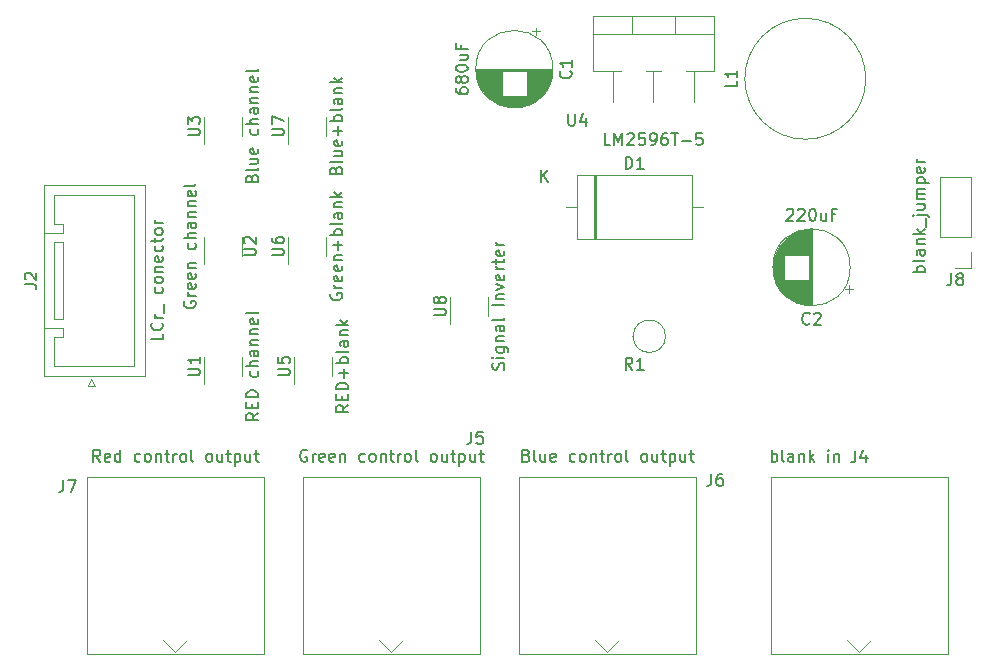
<source format=gbr>
G04 #@! TF.GenerationSoftware,KiCad,Pcbnew,5.0.2-bee76a0~70~ubuntu18.04.1*
G04 #@! TF.CreationDate,2019-03-10T17:41:35+00:00*
G04 #@! TF.ProjectId,Lcr_addon,4c63725f-6164-4646-9f6e-2e6b69636164,rev?*
G04 #@! TF.SameCoordinates,Original*
G04 #@! TF.FileFunction,Legend,Top*
G04 #@! TF.FilePolarity,Positive*
%FSLAX46Y46*%
G04 Gerber Fmt 4.6, Leading zero omitted, Abs format (unit mm)*
G04 Created by KiCad (PCBNEW 5.0.2-bee76a0~70~ubuntu18.04.1) date Sun 10 Mar 2019 17:41:35 GMT*
%MOMM*%
%LPD*%
G01*
G04 APERTURE LIST*
%ADD10C,0.120000*%
%ADD11C,0.150000*%
G04 APERTURE END LIST*
D10*
G04 #@! TO.C,J2*
X40030000Y-77768000D02*
X40780000Y-77768000D01*
X40780000Y-77768000D02*
X40780000Y-71268000D01*
X40780000Y-71268000D02*
X40030000Y-71268000D01*
X40030000Y-71268000D02*
X40030000Y-77768000D01*
X39170000Y-78518000D02*
X40780000Y-78518000D01*
X40780000Y-78518000D02*
X40780000Y-79268000D01*
X40780000Y-79268000D02*
X40030000Y-79268000D01*
X40030000Y-79268000D02*
X40030000Y-81768000D01*
X40030000Y-81768000D02*
X46830000Y-81768000D01*
X46830000Y-81768000D02*
X46830000Y-74518000D01*
X39170000Y-70518000D02*
X40780000Y-70518000D01*
X40780000Y-70518000D02*
X40780000Y-69768000D01*
X40780000Y-69768000D02*
X40030000Y-69768000D01*
X40030000Y-69768000D02*
X40030000Y-67268000D01*
X40030000Y-67268000D02*
X46830000Y-67268000D01*
X46830000Y-67268000D02*
X46830000Y-74518000D01*
X39170000Y-82628000D02*
X47690000Y-82628000D01*
X47690000Y-82628000D02*
X47690000Y-66408000D01*
X47690000Y-66408000D02*
X39170000Y-66408000D01*
X39170000Y-66408000D02*
X39170000Y-82628000D01*
X43180000Y-82828000D02*
X43480000Y-83428000D01*
X43480000Y-83428000D02*
X42880000Y-83428000D01*
X42880000Y-83428000D02*
X43180000Y-82828000D01*
G04 #@! TO.C,U4*
X85655000Y-52132000D02*
X95896000Y-52132000D01*
X85655000Y-56773000D02*
X88011000Y-56773000D01*
X90141000Y-56773000D02*
X91411000Y-56773000D01*
X93541000Y-56773000D02*
X95896000Y-56773000D01*
X85655000Y-52132000D02*
X85655000Y-56773000D01*
X95896000Y-52132000D02*
X95896000Y-56773000D01*
X85655000Y-53641000D02*
X95896000Y-53641000D01*
X88926000Y-52132000D02*
X88926000Y-53641000D01*
X92626000Y-52132000D02*
X92626000Y-53641000D01*
X87376000Y-56773000D02*
X87376000Y-59403000D01*
X90776000Y-56773000D02*
X90776000Y-59387000D01*
X94176000Y-56773000D02*
X94176000Y-59387000D01*
G04 #@! TO.C,U6*
X63068000Y-72428000D02*
X63068000Y-70828000D01*
X59868000Y-70828000D02*
X59868000Y-73128000D01*
G04 #@! TO.C,C1*
X81148000Y-53436759D02*
X80518000Y-53436759D01*
X80833000Y-53121759D02*
X80833000Y-53751759D01*
X79396000Y-59863000D02*
X78592000Y-59863000D01*
X79627000Y-59823000D02*
X78361000Y-59823000D01*
X79796000Y-59783000D02*
X78192000Y-59783000D01*
X79934000Y-59743000D02*
X78054000Y-59743000D01*
X80053000Y-59703000D02*
X77935000Y-59703000D01*
X80159000Y-59663000D02*
X77829000Y-59663000D01*
X80256000Y-59623000D02*
X77732000Y-59623000D01*
X80344000Y-59583000D02*
X77644000Y-59583000D01*
X80426000Y-59543000D02*
X77562000Y-59543000D01*
X80503000Y-59503000D02*
X77485000Y-59503000D01*
X80575000Y-59463000D02*
X77413000Y-59463000D01*
X80644000Y-59423000D02*
X77344000Y-59423000D01*
X80708000Y-59383000D02*
X77280000Y-59383000D01*
X80770000Y-59343000D02*
X77218000Y-59343000D01*
X80828000Y-59303000D02*
X77160000Y-59303000D01*
X80884000Y-59263000D02*
X77104000Y-59263000D01*
X80938000Y-59223000D02*
X77050000Y-59223000D01*
X80989000Y-59183000D02*
X76999000Y-59183000D01*
X81038000Y-59143000D02*
X76950000Y-59143000D01*
X81086000Y-59103000D02*
X76902000Y-59103000D01*
X81131000Y-59063000D02*
X76857000Y-59063000D01*
X81176000Y-59023000D02*
X76812000Y-59023000D01*
X81218000Y-58983000D02*
X76770000Y-58983000D01*
X81259000Y-58943000D02*
X76729000Y-58943000D01*
X77954000Y-58903000D02*
X76689000Y-58903000D01*
X81299000Y-58903000D02*
X80034000Y-58903000D01*
X77954000Y-58863000D02*
X76651000Y-58863000D01*
X81337000Y-58863000D02*
X80034000Y-58863000D01*
X77954000Y-58823000D02*
X76614000Y-58823000D01*
X81374000Y-58823000D02*
X80034000Y-58823000D01*
X77954000Y-58783000D02*
X76578000Y-58783000D01*
X81410000Y-58783000D02*
X80034000Y-58783000D01*
X77954000Y-58743000D02*
X76544000Y-58743000D01*
X81444000Y-58743000D02*
X80034000Y-58743000D01*
X77954000Y-58703000D02*
X76510000Y-58703000D01*
X81478000Y-58703000D02*
X80034000Y-58703000D01*
X77954000Y-58663000D02*
X76478000Y-58663000D01*
X81510000Y-58663000D02*
X80034000Y-58663000D01*
X77954000Y-58623000D02*
X76446000Y-58623000D01*
X81542000Y-58623000D02*
X80034000Y-58623000D01*
X77954000Y-58583000D02*
X76416000Y-58583000D01*
X81572000Y-58583000D02*
X80034000Y-58583000D01*
X77954000Y-58543000D02*
X76387000Y-58543000D01*
X81601000Y-58543000D02*
X80034000Y-58543000D01*
X77954000Y-58503000D02*
X76358000Y-58503000D01*
X81630000Y-58503000D02*
X80034000Y-58503000D01*
X77954000Y-58463000D02*
X76330000Y-58463000D01*
X81658000Y-58463000D02*
X80034000Y-58463000D01*
X77954000Y-58423000D02*
X76304000Y-58423000D01*
X81684000Y-58423000D02*
X80034000Y-58423000D01*
X77954000Y-58383000D02*
X76278000Y-58383000D01*
X81710000Y-58383000D02*
X80034000Y-58383000D01*
X77954000Y-58343000D02*
X76252000Y-58343000D01*
X81736000Y-58343000D02*
X80034000Y-58343000D01*
X77954000Y-58303000D02*
X76228000Y-58303000D01*
X81760000Y-58303000D02*
X80034000Y-58303000D01*
X77954000Y-58263000D02*
X76204000Y-58263000D01*
X81784000Y-58263000D02*
X80034000Y-58263000D01*
X77954000Y-58223000D02*
X76182000Y-58223000D01*
X81806000Y-58223000D02*
X80034000Y-58223000D01*
X77954000Y-58183000D02*
X76160000Y-58183000D01*
X81828000Y-58183000D02*
X80034000Y-58183000D01*
X77954000Y-58143000D02*
X76138000Y-58143000D01*
X81850000Y-58143000D02*
X80034000Y-58143000D01*
X77954000Y-58103000D02*
X76118000Y-58103000D01*
X81870000Y-58103000D02*
X80034000Y-58103000D01*
X77954000Y-58063000D02*
X76098000Y-58063000D01*
X81890000Y-58063000D02*
X80034000Y-58063000D01*
X77954000Y-58023000D02*
X76078000Y-58023000D01*
X81910000Y-58023000D02*
X80034000Y-58023000D01*
X77954000Y-57983000D02*
X76060000Y-57983000D01*
X81928000Y-57983000D02*
X80034000Y-57983000D01*
X77954000Y-57943000D02*
X76042000Y-57943000D01*
X81946000Y-57943000D02*
X80034000Y-57943000D01*
X77954000Y-57903000D02*
X76024000Y-57903000D01*
X81964000Y-57903000D02*
X80034000Y-57903000D01*
X77954000Y-57863000D02*
X76008000Y-57863000D01*
X81980000Y-57863000D02*
X80034000Y-57863000D01*
X77954000Y-57823000D02*
X75992000Y-57823000D01*
X81996000Y-57823000D02*
X80034000Y-57823000D01*
X77954000Y-57783000D02*
X75976000Y-57783000D01*
X82012000Y-57783000D02*
X80034000Y-57783000D01*
X77954000Y-57743000D02*
X75961000Y-57743000D01*
X82027000Y-57743000D02*
X80034000Y-57743000D01*
X77954000Y-57703000D02*
X75947000Y-57703000D01*
X82041000Y-57703000D02*
X80034000Y-57703000D01*
X77954000Y-57663000D02*
X75933000Y-57663000D01*
X82055000Y-57663000D02*
X80034000Y-57663000D01*
X77954000Y-57623000D02*
X75920000Y-57623000D01*
X82068000Y-57623000D02*
X80034000Y-57623000D01*
X77954000Y-57583000D02*
X75908000Y-57583000D01*
X82080000Y-57583000D02*
X80034000Y-57583000D01*
X77954000Y-57543000D02*
X75896000Y-57543000D01*
X82092000Y-57543000D02*
X80034000Y-57543000D01*
X77954000Y-57503000D02*
X75884000Y-57503000D01*
X82104000Y-57503000D02*
X80034000Y-57503000D01*
X77954000Y-57463000D02*
X75873000Y-57463000D01*
X82115000Y-57463000D02*
X80034000Y-57463000D01*
X77954000Y-57423000D02*
X75863000Y-57423000D01*
X82125000Y-57423000D02*
X80034000Y-57423000D01*
X77954000Y-57383000D02*
X75853000Y-57383000D01*
X82135000Y-57383000D02*
X80034000Y-57383000D01*
X77954000Y-57343000D02*
X75844000Y-57343000D01*
X82144000Y-57343000D02*
X80034000Y-57343000D01*
X77954000Y-57302000D02*
X75835000Y-57302000D01*
X82153000Y-57302000D02*
X80034000Y-57302000D01*
X77954000Y-57262000D02*
X75827000Y-57262000D01*
X82161000Y-57262000D02*
X80034000Y-57262000D01*
X77954000Y-57222000D02*
X75819000Y-57222000D01*
X82169000Y-57222000D02*
X80034000Y-57222000D01*
X77954000Y-57182000D02*
X75812000Y-57182000D01*
X82176000Y-57182000D02*
X80034000Y-57182000D01*
X77954000Y-57142000D02*
X75805000Y-57142000D01*
X82183000Y-57142000D02*
X80034000Y-57142000D01*
X77954000Y-57102000D02*
X75799000Y-57102000D01*
X82189000Y-57102000D02*
X80034000Y-57102000D01*
X77954000Y-57062000D02*
X75793000Y-57062000D01*
X82195000Y-57062000D02*
X80034000Y-57062000D01*
X77954000Y-57022000D02*
X75788000Y-57022000D01*
X82200000Y-57022000D02*
X80034000Y-57022000D01*
X77954000Y-56982000D02*
X75783000Y-56982000D01*
X82205000Y-56982000D02*
X80034000Y-56982000D01*
X77954000Y-56942000D02*
X75779000Y-56942000D01*
X82209000Y-56942000D02*
X80034000Y-56942000D01*
X77954000Y-56902000D02*
X75776000Y-56902000D01*
X82212000Y-56902000D02*
X80034000Y-56902000D01*
X77954000Y-56862000D02*
X75772000Y-56862000D01*
X82216000Y-56862000D02*
X80034000Y-56862000D01*
X82218000Y-56822000D02*
X75770000Y-56822000D01*
X82221000Y-56782000D02*
X75767000Y-56782000D01*
X82222000Y-56742000D02*
X75766000Y-56742000D01*
X82224000Y-56702000D02*
X75764000Y-56702000D01*
X82224000Y-56662000D02*
X75764000Y-56662000D01*
X82224000Y-56622000D02*
X75764000Y-56622000D01*
X82264000Y-56622000D02*
G75*
G03X82264000Y-56622000I-3270000J0D01*
G01*
G04 #@! TO.C,C2*
X107430000Y-73406000D02*
G75*
G03X107430000Y-73406000I-3270000J0D01*
G01*
X104160000Y-76636000D02*
X104160000Y-70176000D01*
X104120000Y-76636000D02*
X104120000Y-70176000D01*
X104080000Y-76636000D02*
X104080000Y-70176000D01*
X104040000Y-76634000D02*
X104040000Y-70178000D01*
X104000000Y-76633000D02*
X104000000Y-70179000D01*
X103960000Y-76630000D02*
X103960000Y-70182000D01*
X103920000Y-76628000D02*
X103920000Y-74446000D01*
X103920000Y-72366000D02*
X103920000Y-70184000D01*
X103880000Y-76624000D02*
X103880000Y-74446000D01*
X103880000Y-72366000D02*
X103880000Y-70188000D01*
X103840000Y-76621000D02*
X103840000Y-74446000D01*
X103840000Y-72366000D02*
X103840000Y-70191000D01*
X103800000Y-76617000D02*
X103800000Y-74446000D01*
X103800000Y-72366000D02*
X103800000Y-70195000D01*
X103760000Y-76612000D02*
X103760000Y-74446000D01*
X103760000Y-72366000D02*
X103760000Y-70200000D01*
X103720000Y-76607000D02*
X103720000Y-74446000D01*
X103720000Y-72366000D02*
X103720000Y-70205000D01*
X103680000Y-76601000D02*
X103680000Y-74446000D01*
X103680000Y-72366000D02*
X103680000Y-70211000D01*
X103640000Y-76595000D02*
X103640000Y-74446000D01*
X103640000Y-72366000D02*
X103640000Y-70217000D01*
X103600000Y-76588000D02*
X103600000Y-74446000D01*
X103600000Y-72366000D02*
X103600000Y-70224000D01*
X103560000Y-76581000D02*
X103560000Y-74446000D01*
X103560000Y-72366000D02*
X103560000Y-70231000D01*
X103520000Y-76573000D02*
X103520000Y-74446000D01*
X103520000Y-72366000D02*
X103520000Y-70239000D01*
X103480000Y-76565000D02*
X103480000Y-74446000D01*
X103480000Y-72366000D02*
X103480000Y-70247000D01*
X103439000Y-76556000D02*
X103439000Y-74446000D01*
X103439000Y-72366000D02*
X103439000Y-70256000D01*
X103399000Y-76547000D02*
X103399000Y-74446000D01*
X103399000Y-72366000D02*
X103399000Y-70265000D01*
X103359000Y-76537000D02*
X103359000Y-74446000D01*
X103359000Y-72366000D02*
X103359000Y-70275000D01*
X103319000Y-76527000D02*
X103319000Y-74446000D01*
X103319000Y-72366000D02*
X103319000Y-70285000D01*
X103279000Y-76516000D02*
X103279000Y-74446000D01*
X103279000Y-72366000D02*
X103279000Y-70296000D01*
X103239000Y-76504000D02*
X103239000Y-74446000D01*
X103239000Y-72366000D02*
X103239000Y-70308000D01*
X103199000Y-76492000D02*
X103199000Y-74446000D01*
X103199000Y-72366000D02*
X103199000Y-70320000D01*
X103159000Y-76480000D02*
X103159000Y-74446000D01*
X103159000Y-72366000D02*
X103159000Y-70332000D01*
X103119000Y-76467000D02*
X103119000Y-74446000D01*
X103119000Y-72366000D02*
X103119000Y-70345000D01*
X103079000Y-76453000D02*
X103079000Y-74446000D01*
X103079000Y-72366000D02*
X103079000Y-70359000D01*
X103039000Y-76439000D02*
X103039000Y-74446000D01*
X103039000Y-72366000D02*
X103039000Y-70373000D01*
X102999000Y-76424000D02*
X102999000Y-74446000D01*
X102999000Y-72366000D02*
X102999000Y-70388000D01*
X102959000Y-76408000D02*
X102959000Y-74446000D01*
X102959000Y-72366000D02*
X102959000Y-70404000D01*
X102919000Y-76392000D02*
X102919000Y-74446000D01*
X102919000Y-72366000D02*
X102919000Y-70420000D01*
X102879000Y-76376000D02*
X102879000Y-74446000D01*
X102879000Y-72366000D02*
X102879000Y-70436000D01*
X102839000Y-76358000D02*
X102839000Y-74446000D01*
X102839000Y-72366000D02*
X102839000Y-70454000D01*
X102799000Y-76340000D02*
X102799000Y-74446000D01*
X102799000Y-72366000D02*
X102799000Y-70472000D01*
X102759000Y-76322000D02*
X102759000Y-74446000D01*
X102759000Y-72366000D02*
X102759000Y-70490000D01*
X102719000Y-76302000D02*
X102719000Y-74446000D01*
X102719000Y-72366000D02*
X102719000Y-70510000D01*
X102679000Y-76282000D02*
X102679000Y-74446000D01*
X102679000Y-72366000D02*
X102679000Y-70530000D01*
X102639000Y-76262000D02*
X102639000Y-74446000D01*
X102639000Y-72366000D02*
X102639000Y-70550000D01*
X102599000Y-76240000D02*
X102599000Y-74446000D01*
X102599000Y-72366000D02*
X102599000Y-70572000D01*
X102559000Y-76218000D02*
X102559000Y-74446000D01*
X102559000Y-72366000D02*
X102559000Y-70594000D01*
X102519000Y-76196000D02*
X102519000Y-74446000D01*
X102519000Y-72366000D02*
X102519000Y-70616000D01*
X102479000Y-76172000D02*
X102479000Y-74446000D01*
X102479000Y-72366000D02*
X102479000Y-70640000D01*
X102439000Y-76148000D02*
X102439000Y-74446000D01*
X102439000Y-72366000D02*
X102439000Y-70664000D01*
X102399000Y-76122000D02*
X102399000Y-74446000D01*
X102399000Y-72366000D02*
X102399000Y-70690000D01*
X102359000Y-76096000D02*
X102359000Y-74446000D01*
X102359000Y-72366000D02*
X102359000Y-70716000D01*
X102319000Y-76070000D02*
X102319000Y-74446000D01*
X102319000Y-72366000D02*
X102319000Y-70742000D01*
X102279000Y-76042000D02*
X102279000Y-74446000D01*
X102279000Y-72366000D02*
X102279000Y-70770000D01*
X102239000Y-76013000D02*
X102239000Y-74446000D01*
X102239000Y-72366000D02*
X102239000Y-70799000D01*
X102199000Y-75984000D02*
X102199000Y-74446000D01*
X102199000Y-72366000D02*
X102199000Y-70828000D01*
X102159000Y-75954000D02*
X102159000Y-74446000D01*
X102159000Y-72366000D02*
X102159000Y-70858000D01*
X102119000Y-75922000D02*
X102119000Y-74446000D01*
X102119000Y-72366000D02*
X102119000Y-70890000D01*
X102079000Y-75890000D02*
X102079000Y-74446000D01*
X102079000Y-72366000D02*
X102079000Y-70922000D01*
X102039000Y-75856000D02*
X102039000Y-74446000D01*
X102039000Y-72366000D02*
X102039000Y-70956000D01*
X101999000Y-75822000D02*
X101999000Y-74446000D01*
X101999000Y-72366000D02*
X101999000Y-70990000D01*
X101959000Y-75786000D02*
X101959000Y-74446000D01*
X101959000Y-72366000D02*
X101959000Y-71026000D01*
X101919000Y-75749000D02*
X101919000Y-74446000D01*
X101919000Y-72366000D02*
X101919000Y-71063000D01*
X101879000Y-75711000D02*
X101879000Y-74446000D01*
X101879000Y-72366000D02*
X101879000Y-71101000D01*
X101839000Y-75671000D02*
X101839000Y-71141000D01*
X101799000Y-75630000D02*
X101799000Y-71182000D01*
X101759000Y-75588000D02*
X101759000Y-71224000D01*
X101719000Y-75543000D02*
X101719000Y-71269000D01*
X101679000Y-75498000D02*
X101679000Y-71314000D01*
X101639000Y-75450000D02*
X101639000Y-71362000D01*
X101599000Y-75401000D02*
X101599000Y-71411000D01*
X101559000Y-75350000D02*
X101559000Y-71462000D01*
X101519000Y-75296000D02*
X101519000Y-71516000D01*
X101479000Y-75240000D02*
X101479000Y-71572000D01*
X101439000Y-75182000D02*
X101439000Y-71630000D01*
X101399000Y-75120000D02*
X101399000Y-71692000D01*
X101359000Y-75056000D02*
X101359000Y-71756000D01*
X101319000Y-74987000D02*
X101319000Y-71825000D01*
X101279000Y-74915000D02*
X101279000Y-71897000D01*
X101239000Y-74838000D02*
X101239000Y-71974000D01*
X101199000Y-74756000D02*
X101199000Y-72056000D01*
X101159000Y-74668000D02*
X101159000Y-72144000D01*
X101119000Y-74571000D02*
X101119000Y-72241000D01*
X101079000Y-74465000D02*
X101079000Y-72347000D01*
X101039000Y-74346000D02*
X101039000Y-72466000D01*
X100999000Y-74208000D02*
X100999000Y-72604000D01*
X100959000Y-74039000D02*
X100959000Y-72773000D01*
X100919000Y-73808000D02*
X100919000Y-73004000D01*
X107660241Y-75245000D02*
X107030241Y-75245000D01*
X107345241Y-75560000D02*
X107345241Y-74930000D01*
G04 #@! TO.C,D1*
X84284000Y-65606000D02*
X84284000Y-71046000D01*
X84284000Y-71046000D02*
X94024000Y-71046000D01*
X94024000Y-71046000D02*
X94024000Y-65606000D01*
X94024000Y-65606000D02*
X84284000Y-65606000D01*
X83374000Y-68326000D02*
X84284000Y-68326000D01*
X94934000Y-68326000D02*
X94024000Y-68326000D01*
X85829000Y-65606000D02*
X85829000Y-71046000D01*
X85949000Y-65606000D02*
X85949000Y-71046000D01*
X85709000Y-65606000D02*
X85709000Y-71046000D01*
G04 #@! TO.C,J4*
X108204000Y-105972000D02*
X107204000Y-104972000D01*
X108204000Y-105972000D02*
X109204000Y-104972000D01*
X115704000Y-91172000D02*
X115704000Y-106172000D01*
X100704000Y-91172000D02*
X115704000Y-91172000D01*
X100704000Y-106172000D02*
X100704000Y-91172000D01*
X115704000Y-106172000D02*
X100704000Y-106172000D01*
G04 #@! TO.C,J5*
X68580000Y-105972000D02*
X67580000Y-104972000D01*
X68580000Y-105972000D02*
X69580000Y-104972000D01*
X76080000Y-91172000D02*
X76080000Y-106172000D01*
X61080000Y-91172000D02*
X76080000Y-91172000D01*
X61080000Y-106172000D02*
X61080000Y-91172000D01*
X76080000Y-106172000D02*
X61080000Y-106172000D01*
G04 #@! TO.C,J6*
X94368000Y-106172000D02*
X79368000Y-106172000D01*
X79368000Y-106172000D02*
X79368000Y-91172000D01*
X79368000Y-91172000D02*
X94368000Y-91172000D01*
X94368000Y-91172000D02*
X94368000Y-106172000D01*
X86868000Y-105972000D02*
X87868000Y-104972000D01*
X86868000Y-105972000D02*
X85868000Y-104972000D01*
G04 #@! TO.C,J7*
X57792000Y-106172000D02*
X42792000Y-106172000D01*
X42792000Y-106172000D02*
X42792000Y-91172000D01*
X42792000Y-91172000D02*
X57792000Y-91172000D01*
X57792000Y-91172000D02*
X57792000Y-106172000D01*
X50292000Y-105972000D02*
X51292000Y-104972000D01*
X50292000Y-105972000D02*
X49292000Y-104972000D01*
G04 #@! TO.C,L1*
X108752000Y-57444000D02*
G75*
G03X108752000Y-57444000I-5120000J0D01*
G01*
G04 #@! TO.C,U1*
X55956000Y-82588000D02*
X55956000Y-80988000D01*
X52756000Y-80988000D02*
X52756000Y-83288000D01*
G04 #@! TO.C,U2*
X52756000Y-70828000D02*
X52756000Y-73128000D01*
X55956000Y-72428000D02*
X55956000Y-70828000D01*
G04 #@! TO.C,U3*
X55956000Y-62268000D02*
X55956000Y-60668000D01*
X52756000Y-60668000D02*
X52756000Y-62968000D01*
G04 #@! TO.C,U5*
X60376000Y-80988000D02*
X60376000Y-83288000D01*
X63576000Y-82588000D02*
X63576000Y-80988000D01*
G04 #@! TO.C,U7*
X59868000Y-60668000D02*
X59868000Y-62968000D01*
X63068000Y-62268000D02*
X63068000Y-60668000D01*
G04 #@! TO.C,U8*
X76784000Y-77508000D02*
X76784000Y-75908000D01*
X73584000Y-75908000D02*
X73584000Y-78208000D01*
G04 #@! TO.C,J8*
X117662000Y-65726000D02*
X115002000Y-65726000D01*
X117662000Y-70866000D02*
X117662000Y-65726000D01*
X115002000Y-70866000D02*
X115002000Y-65726000D01*
X117662000Y-70866000D02*
X115002000Y-70866000D01*
X117662000Y-72136000D02*
X117662000Y-73466000D01*
X117662000Y-73466000D02*
X116332000Y-73466000D01*
G04 #@! TO.C,R1*
X91794000Y-79248000D02*
G75*
G03X91794000Y-79248000I-1370000J0D01*
G01*
X89054000Y-79248000D02*
X88984000Y-79248000D01*
G04 #@! TO.C,J2*
D11*
X37532380Y-74851333D02*
X38246666Y-74851333D01*
X38389523Y-74898952D01*
X38484761Y-74994190D01*
X38532380Y-75137047D01*
X38532380Y-75232285D01*
X37627619Y-74422761D02*
X37580000Y-74375142D01*
X37532380Y-74279904D01*
X37532380Y-74041809D01*
X37580000Y-73946571D01*
X37627619Y-73898952D01*
X37722857Y-73851333D01*
X37818095Y-73851333D01*
X37960952Y-73898952D01*
X38532380Y-74470380D01*
X38532380Y-73851333D01*
X49232380Y-79018000D02*
X49232380Y-79494190D01*
X48232380Y-79494190D01*
X49137142Y-78113238D02*
X49184761Y-78160857D01*
X49232380Y-78303714D01*
X49232380Y-78398952D01*
X49184761Y-78541809D01*
X49089523Y-78637047D01*
X48994285Y-78684666D01*
X48803809Y-78732285D01*
X48660952Y-78732285D01*
X48470476Y-78684666D01*
X48375238Y-78637047D01*
X48280000Y-78541809D01*
X48232380Y-78398952D01*
X48232380Y-78303714D01*
X48280000Y-78160857D01*
X48327619Y-78113238D01*
X49232380Y-77684666D02*
X48565714Y-77684666D01*
X48756190Y-77684666D02*
X48660952Y-77637047D01*
X48613333Y-77589428D01*
X48565714Y-77494190D01*
X48565714Y-77398952D01*
X49327619Y-77303714D02*
X49327619Y-76541809D01*
X49184761Y-75113238D02*
X49232380Y-75208476D01*
X49232380Y-75398952D01*
X49184761Y-75494190D01*
X49137142Y-75541809D01*
X49041904Y-75589428D01*
X48756190Y-75589428D01*
X48660952Y-75541809D01*
X48613333Y-75494190D01*
X48565714Y-75398952D01*
X48565714Y-75208476D01*
X48613333Y-75113238D01*
X49232380Y-74541809D02*
X49184761Y-74637047D01*
X49137142Y-74684666D01*
X49041904Y-74732285D01*
X48756190Y-74732285D01*
X48660952Y-74684666D01*
X48613333Y-74637047D01*
X48565714Y-74541809D01*
X48565714Y-74398952D01*
X48613333Y-74303714D01*
X48660952Y-74256095D01*
X48756190Y-74208476D01*
X49041904Y-74208476D01*
X49137142Y-74256095D01*
X49184761Y-74303714D01*
X49232380Y-74398952D01*
X49232380Y-74541809D01*
X48565714Y-73779904D02*
X49232380Y-73779904D01*
X48660952Y-73779904D02*
X48613333Y-73732285D01*
X48565714Y-73637047D01*
X48565714Y-73494190D01*
X48613333Y-73398952D01*
X48708571Y-73351333D01*
X49232380Y-73351333D01*
X49184761Y-72494190D02*
X49232380Y-72589428D01*
X49232380Y-72779904D01*
X49184761Y-72875142D01*
X49089523Y-72922761D01*
X48708571Y-72922761D01*
X48613333Y-72875142D01*
X48565714Y-72779904D01*
X48565714Y-72589428D01*
X48613333Y-72494190D01*
X48708571Y-72446571D01*
X48803809Y-72446571D01*
X48899047Y-72922761D01*
X49184761Y-71589428D02*
X49232380Y-71684666D01*
X49232380Y-71875142D01*
X49184761Y-71970380D01*
X49137142Y-72018000D01*
X49041904Y-72065619D01*
X48756190Y-72065619D01*
X48660952Y-72018000D01*
X48613333Y-71970380D01*
X48565714Y-71875142D01*
X48565714Y-71684666D01*
X48613333Y-71589428D01*
X48565714Y-71303714D02*
X48565714Y-70922761D01*
X48232380Y-71160857D02*
X49089523Y-71160857D01*
X49184761Y-71113238D01*
X49232380Y-71018000D01*
X49232380Y-70922761D01*
X49232380Y-70446571D02*
X49184761Y-70541809D01*
X49137142Y-70589428D01*
X49041904Y-70637047D01*
X48756190Y-70637047D01*
X48660952Y-70589428D01*
X48613333Y-70541809D01*
X48565714Y-70446571D01*
X48565714Y-70303714D01*
X48613333Y-70208476D01*
X48660952Y-70160857D01*
X48756190Y-70113238D01*
X49041904Y-70113238D01*
X49137142Y-70160857D01*
X49184761Y-70208476D01*
X49232380Y-70303714D01*
X49232380Y-70446571D01*
X49232380Y-69684666D02*
X48565714Y-69684666D01*
X48756190Y-69684666D02*
X48660952Y-69637047D01*
X48613333Y-69589428D01*
X48565714Y-69494190D01*
X48565714Y-69398952D01*
G04 #@! TO.C,U4*
X83566095Y-60412380D02*
X83566095Y-61221904D01*
X83613714Y-61317142D01*
X83661333Y-61364761D01*
X83756571Y-61412380D01*
X83947047Y-61412380D01*
X84042285Y-61364761D01*
X84089904Y-61317142D01*
X84137523Y-61221904D01*
X84137523Y-60412380D01*
X85042285Y-60745714D02*
X85042285Y-61412380D01*
X84804190Y-60364761D02*
X84566095Y-61079047D01*
X85185142Y-61079047D01*
X87133142Y-63054380D02*
X86656952Y-63054380D01*
X86656952Y-62054380D01*
X87466476Y-63054380D02*
X87466476Y-62054380D01*
X87799809Y-62768666D01*
X88133142Y-62054380D01*
X88133142Y-63054380D01*
X88561714Y-62149619D02*
X88609333Y-62102000D01*
X88704571Y-62054380D01*
X88942666Y-62054380D01*
X89037904Y-62102000D01*
X89085523Y-62149619D01*
X89133142Y-62244857D01*
X89133142Y-62340095D01*
X89085523Y-62482952D01*
X88514095Y-63054380D01*
X89133142Y-63054380D01*
X90037904Y-62054380D02*
X89561714Y-62054380D01*
X89514095Y-62530571D01*
X89561714Y-62482952D01*
X89656952Y-62435333D01*
X89895047Y-62435333D01*
X89990285Y-62482952D01*
X90037904Y-62530571D01*
X90085523Y-62625809D01*
X90085523Y-62863904D01*
X90037904Y-62959142D01*
X89990285Y-63006761D01*
X89895047Y-63054380D01*
X89656952Y-63054380D01*
X89561714Y-63006761D01*
X89514095Y-62959142D01*
X90561714Y-63054380D02*
X90752190Y-63054380D01*
X90847428Y-63006761D01*
X90895047Y-62959142D01*
X90990285Y-62816285D01*
X91037904Y-62625809D01*
X91037904Y-62244857D01*
X90990285Y-62149619D01*
X90942666Y-62102000D01*
X90847428Y-62054380D01*
X90656952Y-62054380D01*
X90561714Y-62102000D01*
X90514095Y-62149619D01*
X90466476Y-62244857D01*
X90466476Y-62482952D01*
X90514095Y-62578190D01*
X90561714Y-62625809D01*
X90656952Y-62673428D01*
X90847428Y-62673428D01*
X90942666Y-62625809D01*
X90990285Y-62578190D01*
X91037904Y-62482952D01*
X91895047Y-62054380D02*
X91704571Y-62054380D01*
X91609333Y-62102000D01*
X91561714Y-62149619D01*
X91466476Y-62292476D01*
X91418857Y-62482952D01*
X91418857Y-62863904D01*
X91466476Y-62959142D01*
X91514095Y-63006761D01*
X91609333Y-63054380D01*
X91799809Y-63054380D01*
X91895047Y-63006761D01*
X91942666Y-62959142D01*
X91990285Y-62863904D01*
X91990285Y-62625809D01*
X91942666Y-62530571D01*
X91895047Y-62482952D01*
X91799809Y-62435333D01*
X91609333Y-62435333D01*
X91514095Y-62482952D01*
X91466476Y-62530571D01*
X91418857Y-62625809D01*
X92276000Y-62054380D02*
X92847428Y-62054380D01*
X92561714Y-63054380D02*
X92561714Y-62054380D01*
X93180761Y-62673428D02*
X93942666Y-62673428D01*
X94895047Y-62054380D02*
X94418857Y-62054380D01*
X94371238Y-62530571D01*
X94418857Y-62482952D01*
X94514095Y-62435333D01*
X94752190Y-62435333D01*
X94847428Y-62482952D01*
X94895047Y-62530571D01*
X94942666Y-62625809D01*
X94942666Y-62863904D01*
X94895047Y-62959142D01*
X94847428Y-63006761D01*
X94752190Y-63054380D01*
X94514095Y-63054380D01*
X94418857Y-63006761D01*
X94371238Y-62959142D01*
G04 #@! TO.C,U6*
X58470380Y-72389904D02*
X59279904Y-72389904D01*
X59375142Y-72342285D01*
X59422761Y-72294666D01*
X59470380Y-72199428D01*
X59470380Y-72008952D01*
X59422761Y-71913714D01*
X59375142Y-71866095D01*
X59279904Y-71818476D01*
X58470380Y-71818476D01*
X58470380Y-70913714D02*
X58470380Y-71104190D01*
X58518000Y-71199428D01*
X58565619Y-71247047D01*
X58708476Y-71342285D01*
X58898952Y-71389904D01*
X59279904Y-71389904D01*
X59375142Y-71342285D01*
X59422761Y-71294666D01*
X59470380Y-71199428D01*
X59470380Y-71008952D01*
X59422761Y-70913714D01*
X59375142Y-70866095D01*
X59279904Y-70818476D01*
X59041809Y-70818476D01*
X58946571Y-70866095D01*
X58898952Y-70913714D01*
X58851333Y-71008952D01*
X58851333Y-71199428D01*
X58898952Y-71294666D01*
X58946571Y-71342285D01*
X59041809Y-71389904D01*
X63468000Y-75628000D02*
X63420380Y-75723238D01*
X63420380Y-75866095D01*
X63468000Y-76008952D01*
X63563238Y-76104190D01*
X63658476Y-76151809D01*
X63848952Y-76199428D01*
X63991809Y-76199428D01*
X64182285Y-76151809D01*
X64277523Y-76104190D01*
X64372761Y-76008952D01*
X64420380Y-75866095D01*
X64420380Y-75770857D01*
X64372761Y-75628000D01*
X64325142Y-75580380D01*
X63991809Y-75580380D01*
X63991809Y-75770857D01*
X64420380Y-75151809D02*
X63753714Y-75151809D01*
X63944190Y-75151809D02*
X63848952Y-75104190D01*
X63801333Y-75056571D01*
X63753714Y-74961333D01*
X63753714Y-74866095D01*
X64372761Y-74151809D02*
X64420380Y-74247047D01*
X64420380Y-74437523D01*
X64372761Y-74532761D01*
X64277523Y-74580380D01*
X63896571Y-74580380D01*
X63801333Y-74532761D01*
X63753714Y-74437523D01*
X63753714Y-74247047D01*
X63801333Y-74151809D01*
X63896571Y-74104190D01*
X63991809Y-74104190D01*
X64087047Y-74580380D01*
X64372761Y-73294666D02*
X64420380Y-73389904D01*
X64420380Y-73580380D01*
X64372761Y-73675619D01*
X64277523Y-73723238D01*
X63896571Y-73723238D01*
X63801333Y-73675619D01*
X63753714Y-73580380D01*
X63753714Y-73389904D01*
X63801333Y-73294666D01*
X63896571Y-73247047D01*
X63991809Y-73247047D01*
X64087047Y-73723238D01*
X63753714Y-72818476D02*
X64420380Y-72818476D01*
X63848952Y-72818476D02*
X63801333Y-72770857D01*
X63753714Y-72675619D01*
X63753714Y-72532761D01*
X63801333Y-72437523D01*
X63896571Y-72389904D01*
X64420380Y-72389904D01*
X64039428Y-71913714D02*
X64039428Y-71151809D01*
X64420380Y-71532761D02*
X63658476Y-71532761D01*
X64420380Y-70675619D02*
X63420380Y-70675619D01*
X63801333Y-70675619D02*
X63753714Y-70580380D01*
X63753714Y-70389904D01*
X63801333Y-70294666D01*
X63848952Y-70247047D01*
X63944190Y-70199428D01*
X64229904Y-70199428D01*
X64325142Y-70247047D01*
X64372761Y-70294666D01*
X64420380Y-70389904D01*
X64420380Y-70580380D01*
X64372761Y-70675619D01*
X64420380Y-69628000D02*
X64372761Y-69723238D01*
X64277523Y-69770857D01*
X63420380Y-69770857D01*
X64420380Y-68818476D02*
X63896571Y-68818476D01*
X63801333Y-68866095D01*
X63753714Y-68961333D01*
X63753714Y-69151809D01*
X63801333Y-69247047D01*
X64372761Y-68818476D02*
X64420380Y-68913714D01*
X64420380Y-69151809D01*
X64372761Y-69247047D01*
X64277523Y-69294666D01*
X64182285Y-69294666D01*
X64087047Y-69247047D01*
X64039428Y-69151809D01*
X64039428Y-68913714D01*
X63991809Y-68818476D01*
X63753714Y-68342285D02*
X64420380Y-68342285D01*
X63848952Y-68342285D02*
X63801333Y-68294666D01*
X63753714Y-68199428D01*
X63753714Y-68056571D01*
X63801333Y-67961333D01*
X63896571Y-67913714D01*
X64420380Y-67913714D01*
X64420380Y-67437523D02*
X63420380Y-67437523D01*
X64039428Y-67342285D02*
X64420380Y-67056571D01*
X63753714Y-67056571D02*
X64134666Y-67437523D01*
G04 #@! TO.C,C1*
X83751142Y-56788666D02*
X83798761Y-56836285D01*
X83846380Y-56979142D01*
X83846380Y-57074380D01*
X83798761Y-57217238D01*
X83703523Y-57312476D01*
X83608285Y-57360095D01*
X83417809Y-57407714D01*
X83274952Y-57407714D01*
X83084476Y-57360095D01*
X82989238Y-57312476D01*
X82894000Y-57217238D01*
X82846380Y-57074380D01*
X82846380Y-56979142D01*
X82894000Y-56836285D01*
X82941619Y-56788666D01*
X83846380Y-55836285D02*
X83846380Y-56407714D01*
X83846380Y-56122000D02*
X82846380Y-56122000D01*
X82989238Y-56217238D01*
X83084476Y-56312476D01*
X83132095Y-56407714D01*
X74046380Y-58264857D02*
X74046380Y-58455333D01*
X74094000Y-58550571D01*
X74141619Y-58598190D01*
X74284476Y-58693428D01*
X74474952Y-58741047D01*
X74855904Y-58741047D01*
X74951142Y-58693428D01*
X74998761Y-58645809D01*
X75046380Y-58550571D01*
X75046380Y-58360095D01*
X74998761Y-58264857D01*
X74951142Y-58217238D01*
X74855904Y-58169619D01*
X74617809Y-58169619D01*
X74522571Y-58217238D01*
X74474952Y-58264857D01*
X74427333Y-58360095D01*
X74427333Y-58550571D01*
X74474952Y-58645809D01*
X74522571Y-58693428D01*
X74617809Y-58741047D01*
X74474952Y-57598190D02*
X74427333Y-57693428D01*
X74379714Y-57741047D01*
X74284476Y-57788666D01*
X74236857Y-57788666D01*
X74141619Y-57741047D01*
X74094000Y-57693428D01*
X74046380Y-57598190D01*
X74046380Y-57407714D01*
X74094000Y-57312476D01*
X74141619Y-57264857D01*
X74236857Y-57217238D01*
X74284476Y-57217238D01*
X74379714Y-57264857D01*
X74427333Y-57312476D01*
X74474952Y-57407714D01*
X74474952Y-57598190D01*
X74522571Y-57693428D01*
X74570190Y-57741047D01*
X74665428Y-57788666D01*
X74855904Y-57788666D01*
X74951142Y-57741047D01*
X74998761Y-57693428D01*
X75046380Y-57598190D01*
X75046380Y-57407714D01*
X74998761Y-57312476D01*
X74951142Y-57264857D01*
X74855904Y-57217238D01*
X74665428Y-57217238D01*
X74570190Y-57264857D01*
X74522571Y-57312476D01*
X74474952Y-57407714D01*
X74046380Y-56598190D02*
X74046380Y-56502952D01*
X74094000Y-56407714D01*
X74141619Y-56360095D01*
X74236857Y-56312476D01*
X74427333Y-56264857D01*
X74665428Y-56264857D01*
X74855904Y-56312476D01*
X74951142Y-56360095D01*
X74998761Y-56407714D01*
X75046380Y-56502952D01*
X75046380Y-56598190D01*
X74998761Y-56693428D01*
X74951142Y-56741047D01*
X74855904Y-56788666D01*
X74665428Y-56836285D01*
X74427333Y-56836285D01*
X74236857Y-56788666D01*
X74141619Y-56741047D01*
X74094000Y-56693428D01*
X74046380Y-56598190D01*
X74379714Y-55407714D02*
X75046380Y-55407714D01*
X74379714Y-55836285D02*
X74903523Y-55836285D01*
X74998761Y-55788666D01*
X75046380Y-55693428D01*
X75046380Y-55550571D01*
X74998761Y-55455333D01*
X74951142Y-55407714D01*
X74522571Y-54598190D02*
X74522571Y-54931523D01*
X75046380Y-54931523D02*
X74046380Y-54931523D01*
X74046380Y-54455333D01*
G04 #@! TO.C,C2*
X103993333Y-78163142D02*
X103945714Y-78210761D01*
X103802857Y-78258380D01*
X103707619Y-78258380D01*
X103564761Y-78210761D01*
X103469523Y-78115523D01*
X103421904Y-78020285D01*
X103374285Y-77829809D01*
X103374285Y-77686952D01*
X103421904Y-77496476D01*
X103469523Y-77401238D01*
X103564761Y-77306000D01*
X103707619Y-77258380D01*
X103802857Y-77258380D01*
X103945714Y-77306000D01*
X103993333Y-77353619D01*
X104374285Y-77353619D02*
X104421904Y-77306000D01*
X104517142Y-77258380D01*
X104755238Y-77258380D01*
X104850476Y-77306000D01*
X104898095Y-77353619D01*
X104945714Y-77448857D01*
X104945714Y-77544095D01*
X104898095Y-77686952D01*
X104326666Y-78258380D01*
X104945714Y-78258380D01*
X102040952Y-68553619D02*
X102088571Y-68506000D01*
X102183809Y-68458380D01*
X102421904Y-68458380D01*
X102517142Y-68506000D01*
X102564761Y-68553619D01*
X102612380Y-68648857D01*
X102612380Y-68744095D01*
X102564761Y-68886952D01*
X101993333Y-69458380D01*
X102612380Y-69458380D01*
X102993333Y-68553619D02*
X103040952Y-68506000D01*
X103136190Y-68458380D01*
X103374285Y-68458380D01*
X103469523Y-68506000D01*
X103517142Y-68553619D01*
X103564761Y-68648857D01*
X103564761Y-68744095D01*
X103517142Y-68886952D01*
X102945714Y-69458380D01*
X103564761Y-69458380D01*
X104183809Y-68458380D02*
X104279047Y-68458380D01*
X104374285Y-68506000D01*
X104421904Y-68553619D01*
X104469523Y-68648857D01*
X104517142Y-68839333D01*
X104517142Y-69077428D01*
X104469523Y-69267904D01*
X104421904Y-69363142D01*
X104374285Y-69410761D01*
X104279047Y-69458380D01*
X104183809Y-69458380D01*
X104088571Y-69410761D01*
X104040952Y-69363142D01*
X103993333Y-69267904D01*
X103945714Y-69077428D01*
X103945714Y-68839333D01*
X103993333Y-68648857D01*
X104040952Y-68553619D01*
X104088571Y-68506000D01*
X104183809Y-68458380D01*
X105374285Y-68791714D02*
X105374285Y-69458380D01*
X104945714Y-68791714D02*
X104945714Y-69315523D01*
X104993333Y-69410761D01*
X105088571Y-69458380D01*
X105231428Y-69458380D01*
X105326666Y-69410761D01*
X105374285Y-69363142D01*
X106183809Y-68934571D02*
X105850476Y-68934571D01*
X105850476Y-69458380D02*
X105850476Y-68458380D01*
X106326666Y-68458380D01*
G04 #@! TO.C,D1*
X88415904Y-65058380D02*
X88415904Y-64058380D01*
X88654000Y-64058380D01*
X88796857Y-64106000D01*
X88892095Y-64201238D01*
X88939714Y-64296476D01*
X88987333Y-64486952D01*
X88987333Y-64629809D01*
X88939714Y-64820285D01*
X88892095Y-64915523D01*
X88796857Y-65010761D01*
X88654000Y-65058380D01*
X88415904Y-65058380D01*
X89939714Y-65058380D02*
X89368285Y-65058380D01*
X89654000Y-65058380D02*
X89654000Y-64058380D01*
X89558761Y-64201238D01*
X89463523Y-64296476D01*
X89368285Y-64344095D01*
X81272095Y-66178380D02*
X81272095Y-65178380D01*
X81843523Y-66178380D02*
X81414952Y-65606952D01*
X81843523Y-65178380D02*
X81272095Y-65749809D01*
G04 #@! TO.C,J4*
X107870666Y-88924380D02*
X107870666Y-89638666D01*
X107823047Y-89781523D01*
X107727809Y-89876761D01*
X107584952Y-89924380D01*
X107489714Y-89924380D01*
X108775428Y-89257714D02*
X108775428Y-89924380D01*
X108537333Y-88876761D02*
X108299238Y-89591047D01*
X108918285Y-89591047D01*
X100774857Y-89860380D02*
X100774857Y-88860380D01*
X100774857Y-89241333D02*
X100870095Y-89193714D01*
X101060571Y-89193714D01*
X101155809Y-89241333D01*
X101203428Y-89288952D01*
X101251047Y-89384190D01*
X101251047Y-89669904D01*
X101203428Y-89765142D01*
X101155809Y-89812761D01*
X101060571Y-89860380D01*
X100870095Y-89860380D01*
X100774857Y-89812761D01*
X101822476Y-89860380D02*
X101727238Y-89812761D01*
X101679619Y-89717523D01*
X101679619Y-88860380D01*
X102632000Y-89860380D02*
X102632000Y-89336571D01*
X102584380Y-89241333D01*
X102489142Y-89193714D01*
X102298666Y-89193714D01*
X102203428Y-89241333D01*
X102632000Y-89812761D02*
X102536761Y-89860380D01*
X102298666Y-89860380D01*
X102203428Y-89812761D01*
X102155809Y-89717523D01*
X102155809Y-89622285D01*
X102203428Y-89527047D01*
X102298666Y-89479428D01*
X102536761Y-89479428D01*
X102632000Y-89431809D01*
X103108190Y-89193714D02*
X103108190Y-89860380D01*
X103108190Y-89288952D02*
X103155809Y-89241333D01*
X103251047Y-89193714D01*
X103393904Y-89193714D01*
X103489142Y-89241333D01*
X103536761Y-89336571D01*
X103536761Y-89860380D01*
X104012952Y-89860380D02*
X104012952Y-88860380D01*
X104108190Y-89479428D02*
X104393904Y-89860380D01*
X104393904Y-89193714D02*
X104012952Y-89574666D01*
X105584380Y-89860380D02*
X105584380Y-89193714D01*
X105584380Y-88860380D02*
X105536761Y-88908000D01*
X105584380Y-88955619D01*
X105632000Y-88908000D01*
X105584380Y-88860380D01*
X105584380Y-88955619D01*
X106060571Y-89193714D02*
X106060571Y-89860380D01*
X106060571Y-89288952D02*
X106108190Y-89241333D01*
X106203428Y-89193714D01*
X106346285Y-89193714D01*
X106441523Y-89241333D01*
X106489142Y-89336571D01*
X106489142Y-89860380D01*
G04 #@! TO.C,J5*
X75358666Y-87336380D02*
X75358666Y-88050666D01*
X75311047Y-88193523D01*
X75215809Y-88288761D01*
X75072952Y-88336380D01*
X74977714Y-88336380D01*
X76311047Y-87336380D02*
X75834857Y-87336380D01*
X75787238Y-87812571D01*
X75834857Y-87764952D01*
X75930095Y-87717333D01*
X76168190Y-87717333D01*
X76263428Y-87764952D01*
X76311047Y-87812571D01*
X76358666Y-87907809D01*
X76358666Y-88145904D01*
X76311047Y-88241142D01*
X76263428Y-88288761D01*
X76168190Y-88336380D01*
X75930095Y-88336380D01*
X75834857Y-88288761D01*
X75787238Y-88241142D01*
X61437142Y-88908000D02*
X61341904Y-88860380D01*
X61199047Y-88860380D01*
X61056190Y-88908000D01*
X60960952Y-89003238D01*
X60913333Y-89098476D01*
X60865714Y-89288952D01*
X60865714Y-89431809D01*
X60913333Y-89622285D01*
X60960952Y-89717523D01*
X61056190Y-89812761D01*
X61199047Y-89860380D01*
X61294285Y-89860380D01*
X61437142Y-89812761D01*
X61484761Y-89765142D01*
X61484761Y-89431809D01*
X61294285Y-89431809D01*
X61913333Y-89860380D02*
X61913333Y-89193714D01*
X61913333Y-89384190D02*
X61960952Y-89288952D01*
X62008571Y-89241333D01*
X62103809Y-89193714D01*
X62199047Y-89193714D01*
X62913333Y-89812761D02*
X62818095Y-89860380D01*
X62627619Y-89860380D01*
X62532380Y-89812761D01*
X62484761Y-89717523D01*
X62484761Y-89336571D01*
X62532380Y-89241333D01*
X62627619Y-89193714D01*
X62818095Y-89193714D01*
X62913333Y-89241333D01*
X62960952Y-89336571D01*
X62960952Y-89431809D01*
X62484761Y-89527047D01*
X63770476Y-89812761D02*
X63675238Y-89860380D01*
X63484761Y-89860380D01*
X63389523Y-89812761D01*
X63341904Y-89717523D01*
X63341904Y-89336571D01*
X63389523Y-89241333D01*
X63484761Y-89193714D01*
X63675238Y-89193714D01*
X63770476Y-89241333D01*
X63818095Y-89336571D01*
X63818095Y-89431809D01*
X63341904Y-89527047D01*
X64246666Y-89193714D02*
X64246666Y-89860380D01*
X64246666Y-89288952D02*
X64294285Y-89241333D01*
X64389523Y-89193714D01*
X64532380Y-89193714D01*
X64627619Y-89241333D01*
X64675238Y-89336571D01*
X64675238Y-89860380D01*
X66341904Y-89812761D02*
X66246666Y-89860380D01*
X66056190Y-89860380D01*
X65960952Y-89812761D01*
X65913333Y-89765142D01*
X65865714Y-89669904D01*
X65865714Y-89384190D01*
X65913333Y-89288952D01*
X65960952Y-89241333D01*
X66056190Y-89193714D01*
X66246666Y-89193714D01*
X66341904Y-89241333D01*
X66913333Y-89860380D02*
X66818095Y-89812761D01*
X66770476Y-89765142D01*
X66722857Y-89669904D01*
X66722857Y-89384190D01*
X66770476Y-89288952D01*
X66818095Y-89241333D01*
X66913333Y-89193714D01*
X67056190Y-89193714D01*
X67151428Y-89241333D01*
X67199047Y-89288952D01*
X67246666Y-89384190D01*
X67246666Y-89669904D01*
X67199047Y-89765142D01*
X67151428Y-89812761D01*
X67056190Y-89860380D01*
X66913333Y-89860380D01*
X67675238Y-89193714D02*
X67675238Y-89860380D01*
X67675238Y-89288952D02*
X67722857Y-89241333D01*
X67818095Y-89193714D01*
X67960952Y-89193714D01*
X68056190Y-89241333D01*
X68103809Y-89336571D01*
X68103809Y-89860380D01*
X68437142Y-89193714D02*
X68818095Y-89193714D01*
X68580000Y-88860380D02*
X68580000Y-89717523D01*
X68627619Y-89812761D01*
X68722857Y-89860380D01*
X68818095Y-89860380D01*
X69151428Y-89860380D02*
X69151428Y-89193714D01*
X69151428Y-89384190D02*
X69199047Y-89288952D01*
X69246666Y-89241333D01*
X69341904Y-89193714D01*
X69437142Y-89193714D01*
X69913333Y-89860380D02*
X69818095Y-89812761D01*
X69770476Y-89765142D01*
X69722857Y-89669904D01*
X69722857Y-89384190D01*
X69770476Y-89288952D01*
X69818095Y-89241333D01*
X69913333Y-89193714D01*
X70056190Y-89193714D01*
X70151428Y-89241333D01*
X70199047Y-89288952D01*
X70246666Y-89384190D01*
X70246666Y-89669904D01*
X70199047Y-89765142D01*
X70151428Y-89812761D01*
X70056190Y-89860380D01*
X69913333Y-89860380D01*
X70818095Y-89860380D02*
X70722857Y-89812761D01*
X70675238Y-89717523D01*
X70675238Y-88860380D01*
X72103809Y-89860380D02*
X72008571Y-89812761D01*
X71960952Y-89765142D01*
X71913333Y-89669904D01*
X71913333Y-89384190D01*
X71960952Y-89288952D01*
X72008571Y-89241333D01*
X72103809Y-89193714D01*
X72246666Y-89193714D01*
X72341904Y-89241333D01*
X72389523Y-89288952D01*
X72437142Y-89384190D01*
X72437142Y-89669904D01*
X72389523Y-89765142D01*
X72341904Y-89812761D01*
X72246666Y-89860380D01*
X72103809Y-89860380D01*
X73294285Y-89193714D02*
X73294285Y-89860380D01*
X72865714Y-89193714D02*
X72865714Y-89717523D01*
X72913333Y-89812761D01*
X73008571Y-89860380D01*
X73151428Y-89860380D01*
X73246666Y-89812761D01*
X73294285Y-89765142D01*
X73627619Y-89193714D02*
X74008571Y-89193714D01*
X73770476Y-88860380D02*
X73770476Y-89717523D01*
X73818095Y-89812761D01*
X73913333Y-89860380D01*
X74008571Y-89860380D01*
X74341904Y-89193714D02*
X74341904Y-90193714D01*
X74341904Y-89241333D02*
X74437142Y-89193714D01*
X74627619Y-89193714D01*
X74722857Y-89241333D01*
X74770476Y-89288952D01*
X74818095Y-89384190D01*
X74818095Y-89669904D01*
X74770476Y-89765142D01*
X74722857Y-89812761D01*
X74627619Y-89860380D01*
X74437142Y-89860380D01*
X74341904Y-89812761D01*
X75675238Y-89193714D02*
X75675238Y-89860380D01*
X75246666Y-89193714D02*
X75246666Y-89717523D01*
X75294285Y-89812761D01*
X75389523Y-89860380D01*
X75532380Y-89860380D01*
X75627619Y-89812761D01*
X75675238Y-89765142D01*
X76008571Y-89193714D02*
X76389523Y-89193714D01*
X76151428Y-88860380D02*
X76151428Y-89717523D01*
X76199047Y-89812761D01*
X76294285Y-89860380D01*
X76389523Y-89860380D01*
G04 #@! TO.C,J6*
X95678666Y-90892380D02*
X95678666Y-91606666D01*
X95631047Y-91749523D01*
X95535809Y-91844761D01*
X95392952Y-91892380D01*
X95297714Y-91892380D01*
X96583428Y-90892380D02*
X96392952Y-90892380D01*
X96297714Y-90940000D01*
X96250095Y-90987619D01*
X96154857Y-91130476D01*
X96107238Y-91320952D01*
X96107238Y-91701904D01*
X96154857Y-91797142D01*
X96202476Y-91844761D01*
X96297714Y-91892380D01*
X96488190Y-91892380D01*
X96583428Y-91844761D01*
X96631047Y-91797142D01*
X96678666Y-91701904D01*
X96678666Y-91463809D01*
X96631047Y-91368571D01*
X96583428Y-91320952D01*
X96488190Y-91273333D01*
X96297714Y-91273333D01*
X96202476Y-91320952D01*
X96154857Y-91368571D01*
X96107238Y-91463809D01*
X80010857Y-89336571D02*
X80153714Y-89384190D01*
X80201333Y-89431809D01*
X80248952Y-89527047D01*
X80248952Y-89669904D01*
X80201333Y-89765142D01*
X80153714Y-89812761D01*
X80058476Y-89860380D01*
X79677523Y-89860380D01*
X79677523Y-88860380D01*
X80010857Y-88860380D01*
X80106095Y-88908000D01*
X80153714Y-88955619D01*
X80201333Y-89050857D01*
X80201333Y-89146095D01*
X80153714Y-89241333D01*
X80106095Y-89288952D01*
X80010857Y-89336571D01*
X79677523Y-89336571D01*
X80820380Y-89860380D02*
X80725142Y-89812761D01*
X80677523Y-89717523D01*
X80677523Y-88860380D01*
X81629904Y-89193714D02*
X81629904Y-89860380D01*
X81201333Y-89193714D02*
X81201333Y-89717523D01*
X81248952Y-89812761D01*
X81344190Y-89860380D01*
X81487047Y-89860380D01*
X81582285Y-89812761D01*
X81629904Y-89765142D01*
X82487047Y-89812761D02*
X82391809Y-89860380D01*
X82201333Y-89860380D01*
X82106095Y-89812761D01*
X82058476Y-89717523D01*
X82058476Y-89336571D01*
X82106095Y-89241333D01*
X82201333Y-89193714D01*
X82391809Y-89193714D01*
X82487047Y-89241333D01*
X82534666Y-89336571D01*
X82534666Y-89431809D01*
X82058476Y-89527047D01*
X84153714Y-89812761D02*
X84058476Y-89860380D01*
X83868000Y-89860380D01*
X83772761Y-89812761D01*
X83725142Y-89765142D01*
X83677523Y-89669904D01*
X83677523Y-89384190D01*
X83725142Y-89288952D01*
X83772761Y-89241333D01*
X83868000Y-89193714D01*
X84058476Y-89193714D01*
X84153714Y-89241333D01*
X84725142Y-89860380D02*
X84629904Y-89812761D01*
X84582285Y-89765142D01*
X84534666Y-89669904D01*
X84534666Y-89384190D01*
X84582285Y-89288952D01*
X84629904Y-89241333D01*
X84725142Y-89193714D01*
X84868000Y-89193714D01*
X84963238Y-89241333D01*
X85010857Y-89288952D01*
X85058476Y-89384190D01*
X85058476Y-89669904D01*
X85010857Y-89765142D01*
X84963238Y-89812761D01*
X84868000Y-89860380D01*
X84725142Y-89860380D01*
X85487047Y-89193714D02*
X85487047Y-89860380D01*
X85487047Y-89288952D02*
X85534666Y-89241333D01*
X85629904Y-89193714D01*
X85772761Y-89193714D01*
X85868000Y-89241333D01*
X85915619Y-89336571D01*
X85915619Y-89860380D01*
X86248952Y-89193714D02*
X86629904Y-89193714D01*
X86391809Y-88860380D02*
X86391809Y-89717523D01*
X86439428Y-89812761D01*
X86534666Y-89860380D01*
X86629904Y-89860380D01*
X86963238Y-89860380D02*
X86963238Y-89193714D01*
X86963238Y-89384190D02*
X87010857Y-89288952D01*
X87058476Y-89241333D01*
X87153714Y-89193714D01*
X87248952Y-89193714D01*
X87725142Y-89860380D02*
X87629904Y-89812761D01*
X87582285Y-89765142D01*
X87534666Y-89669904D01*
X87534666Y-89384190D01*
X87582285Y-89288952D01*
X87629904Y-89241333D01*
X87725142Y-89193714D01*
X87868000Y-89193714D01*
X87963238Y-89241333D01*
X88010857Y-89288952D01*
X88058476Y-89384190D01*
X88058476Y-89669904D01*
X88010857Y-89765142D01*
X87963238Y-89812761D01*
X87868000Y-89860380D01*
X87725142Y-89860380D01*
X88629904Y-89860380D02*
X88534666Y-89812761D01*
X88487047Y-89717523D01*
X88487047Y-88860380D01*
X89915619Y-89860380D02*
X89820380Y-89812761D01*
X89772761Y-89765142D01*
X89725142Y-89669904D01*
X89725142Y-89384190D01*
X89772761Y-89288952D01*
X89820380Y-89241333D01*
X89915619Y-89193714D01*
X90058476Y-89193714D01*
X90153714Y-89241333D01*
X90201333Y-89288952D01*
X90248952Y-89384190D01*
X90248952Y-89669904D01*
X90201333Y-89765142D01*
X90153714Y-89812761D01*
X90058476Y-89860380D01*
X89915619Y-89860380D01*
X91106095Y-89193714D02*
X91106095Y-89860380D01*
X90677523Y-89193714D02*
X90677523Y-89717523D01*
X90725142Y-89812761D01*
X90820380Y-89860380D01*
X90963238Y-89860380D01*
X91058476Y-89812761D01*
X91106095Y-89765142D01*
X91439428Y-89193714D02*
X91820380Y-89193714D01*
X91582285Y-88860380D02*
X91582285Y-89717523D01*
X91629904Y-89812761D01*
X91725142Y-89860380D01*
X91820380Y-89860380D01*
X92153714Y-89193714D02*
X92153714Y-90193714D01*
X92153714Y-89241333D02*
X92248952Y-89193714D01*
X92439428Y-89193714D01*
X92534666Y-89241333D01*
X92582285Y-89288952D01*
X92629904Y-89384190D01*
X92629904Y-89669904D01*
X92582285Y-89765142D01*
X92534666Y-89812761D01*
X92439428Y-89860380D01*
X92248952Y-89860380D01*
X92153714Y-89812761D01*
X93487047Y-89193714D02*
X93487047Y-89860380D01*
X93058476Y-89193714D02*
X93058476Y-89717523D01*
X93106095Y-89812761D01*
X93201333Y-89860380D01*
X93344190Y-89860380D01*
X93439428Y-89812761D01*
X93487047Y-89765142D01*
X93820380Y-89193714D02*
X94201333Y-89193714D01*
X93963238Y-88860380D02*
X93963238Y-89717523D01*
X94010857Y-89812761D01*
X94106095Y-89860380D01*
X94201333Y-89860380D01*
G04 #@! TO.C,J7*
X40814666Y-91400380D02*
X40814666Y-92114666D01*
X40767047Y-92257523D01*
X40671809Y-92352761D01*
X40528952Y-92400380D01*
X40433714Y-92400380D01*
X41195619Y-91400380D02*
X41862285Y-91400380D01*
X41433714Y-92400380D01*
X43934857Y-89860380D02*
X43601523Y-89384190D01*
X43363428Y-89860380D02*
X43363428Y-88860380D01*
X43744380Y-88860380D01*
X43839619Y-88908000D01*
X43887238Y-88955619D01*
X43934857Y-89050857D01*
X43934857Y-89193714D01*
X43887238Y-89288952D01*
X43839619Y-89336571D01*
X43744380Y-89384190D01*
X43363428Y-89384190D01*
X44744380Y-89812761D02*
X44649142Y-89860380D01*
X44458666Y-89860380D01*
X44363428Y-89812761D01*
X44315809Y-89717523D01*
X44315809Y-89336571D01*
X44363428Y-89241333D01*
X44458666Y-89193714D01*
X44649142Y-89193714D01*
X44744380Y-89241333D01*
X44792000Y-89336571D01*
X44792000Y-89431809D01*
X44315809Y-89527047D01*
X45649142Y-89860380D02*
X45649142Y-88860380D01*
X45649142Y-89812761D02*
X45553904Y-89860380D01*
X45363428Y-89860380D01*
X45268190Y-89812761D01*
X45220571Y-89765142D01*
X45172952Y-89669904D01*
X45172952Y-89384190D01*
X45220571Y-89288952D01*
X45268190Y-89241333D01*
X45363428Y-89193714D01*
X45553904Y-89193714D01*
X45649142Y-89241333D01*
X47315809Y-89812761D02*
X47220571Y-89860380D01*
X47030095Y-89860380D01*
X46934857Y-89812761D01*
X46887238Y-89765142D01*
X46839619Y-89669904D01*
X46839619Y-89384190D01*
X46887238Y-89288952D01*
X46934857Y-89241333D01*
X47030095Y-89193714D01*
X47220571Y-89193714D01*
X47315809Y-89241333D01*
X47887238Y-89860380D02*
X47792000Y-89812761D01*
X47744380Y-89765142D01*
X47696761Y-89669904D01*
X47696761Y-89384190D01*
X47744380Y-89288952D01*
X47792000Y-89241333D01*
X47887238Y-89193714D01*
X48030095Y-89193714D01*
X48125333Y-89241333D01*
X48172952Y-89288952D01*
X48220571Y-89384190D01*
X48220571Y-89669904D01*
X48172952Y-89765142D01*
X48125333Y-89812761D01*
X48030095Y-89860380D01*
X47887238Y-89860380D01*
X48649142Y-89193714D02*
X48649142Y-89860380D01*
X48649142Y-89288952D02*
X48696761Y-89241333D01*
X48792000Y-89193714D01*
X48934857Y-89193714D01*
X49030095Y-89241333D01*
X49077714Y-89336571D01*
X49077714Y-89860380D01*
X49411047Y-89193714D02*
X49792000Y-89193714D01*
X49553904Y-88860380D02*
X49553904Y-89717523D01*
X49601523Y-89812761D01*
X49696761Y-89860380D01*
X49792000Y-89860380D01*
X50125333Y-89860380D02*
X50125333Y-89193714D01*
X50125333Y-89384190D02*
X50172952Y-89288952D01*
X50220571Y-89241333D01*
X50315809Y-89193714D01*
X50411047Y-89193714D01*
X50887238Y-89860380D02*
X50792000Y-89812761D01*
X50744380Y-89765142D01*
X50696761Y-89669904D01*
X50696761Y-89384190D01*
X50744380Y-89288952D01*
X50792000Y-89241333D01*
X50887238Y-89193714D01*
X51030095Y-89193714D01*
X51125333Y-89241333D01*
X51172952Y-89288952D01*
X51220571Y-89384190D01*
X51220571Y-89669904D01*
X51172952Y-89765142D01*
X51125333Y-89812761D01*
X51030095Y-89860380D01*
X50887238Y-89860380D01*
X51792000Y-89860380D02*
X51696761Y-89812761D01*
X51649142Y-89717523D01*
X51649142Y-88860380D01*
X53077714Y-89860380D02*
X52982476Y-89812761D01*
X52934857Y-89765142D01*
X52887238Y-89669904D01*
X52887238Y-89384190D01*
X52934857Y-89288952D01*
X52982476Y-89241333D01*
X53077714Y-89193714D01*
X53220571Y-89193714D01*
X53315809Y-89241333D01*
X53363428Y-89288952D01*
X53411047Y-89384190D01*
X53411047Y-89669904D01*
X53363428Y-89765142D01*
X53315809Y-89812761D01*
X53220571Y-89860380D01*
X53077714Y-89860380D01*
X54268190Y-89193714D02*
X54268190Y-89860380D01*
X53839619Y-89193714D02*
X53839619Y-89717523D01*
X53887238Y-89812761D01*
X53982476Y-89860380D01*
X54125333Y-89860380D01*
X54220571Y-89812761D01*
X54268190Y-89765142D01*
X54601523Y-89193714D02*
X54982476Y-89193714D01*
X54744380Y-88860380D02*
X54744380Y-89717523D01*
X54792000Y-89812761D01*
X54887238Y-89860380D01*
X54982476Y-89860380D01*
X55315809Y-89193714D02*
X55315809Y-90193714D01*
X55315809Y-89241333D02*
X55411047Y-89193714D01*
X55601523Y-89193714D01*
X55696761Y-89241333D01*
X55744380Y-89288952D01*
X55792000Y-89384190D01*
X55792000Y-89669904D01*
X55744380Y-89765142D01*
X55696761Y-89812761D01*
X55601523Y-89860380D01*
X55411047Y-89860380D01*
X55315809Y-89812761D01*
X56649142Y-89193714D02*
X56649142Y-89860380D01*
X56220571Y-89193714D02*
X56220571Y-89717523D01*
X56268190Y-89812761D01*
X56363428Y-89860380D01*
X56506285Y-89860380D01*
X56601523Y-89812761D01*
X56649142Y-89765142D01*
X56982476Y-89193714D02*
X57363428Y-89193714D01*
X57125333Y-88860380D02*
X57125333Y-89717523D01*
X57172952Y-89812761D01*
X57268190Y-89860380D01*
X57363428Y-89860380D01*
G04 #@! TO.C,L1*
X97834380Y-57610666D02*
X97834380Y-58086857D01*
X96834380Y-58086857D01*
X97834380Y-56753523D02*
X97834380Y-57324952D01*
X97834380Y-57039238D02*
X96834380Y-57039238D01*
X96977238Y-57134476D01*
X97072476Y-57229714D01*
X97120095Y-57324952D01*
G04 #@! TO.C,U1*
X51358380Y-82549904D02*
X52167904Y-82549904D01*
X52263142Y-82502285D01*
X52310761Y-82454666D01*
X52358380Y-82359428D01*
X52358380Y-82168952D01*
X52310761Y-82073714D01*
X52263142Y-82026095D01*
X52167904Y-81978476D01*
X51358380Y-81978476D01*
X52358380Y-80978476D02*
X52358380Y-81549904D01*
X52358380Y-81264190D02*
X51358380Y-81264190D01*
X51501238Y-81359428D01*
X51596476Y-81454666D01*
X51644095Y-81549904D01*
X57308380Y-85740380D02*
X56832190Y-86073714D01*
X57308380Y-86311809D02*
X56308380Y-86311809D01*
X56308380Y-85930857D01*
X56356000Y-85835619D01*
X56403619Y-85788000D01*
X56498857Y-85740380D01*
X56641714Y-85740380D01*
X56736952Y-85788000D01*
X56784571Y-85835619D01*
X56832190Y-85930857D01*
X56832190Y-86311809D01*
X56784571Y-85311809D02*
X56784571Y-84978476D01*
X57308380Y-84835619D02*
X57308380Y-85311809D01*
X56308380Y-85311809D01*
X56308380Y-84835619D01*
X57308380Y-84407047D02*
X56308380Y-84407047D01*
X56308380Y-84168952D01*
X56356000Y-84026095D01*
X56451238Y-83930857D01*
X56546476Y-83883238D01*
X56736952Y-83835619D01*
X56879809Y-83835619D01*
X57070285Y-83883238D01*
X57165523Y-83930857D01*
X57260761Y-84026095D01*
X57308380Y-84168952D01*
X57308380Y-84407047D01*
X57260761Y-82216571D02*
X57308380Y-82311809D01*
X57308380Y-82502285D01*
X57260761Y-82597523D01*
X57213142Y-82645142D01*
X57117904Y-82692761D01*
X56832190Y-82692761D01*
X56736952Y-82645142D01*
X56689333Y-82597523D01*
X56641714Y-82502285D01*
X56641714Y-82311809D01*
X56689333Y-82216571D01*
X57308380Y-81788000D02*
X56308380Y-81788000D01*
X57308380Y-81359428D02*
X56784571Y-81359428D01*
X56689333Y-81407047D01*
X56641714Y-81502285D01*
X56641714Y-81645142D01*
X56689333Y-81740380D01*
X56736952Y-81788000D01*
X57308380Y-80454666D02*
X56784571Y-80454666D01*
X56689333Y-80502285D01*
X56641714Y-80597523D01*
X56641714Y-80788000D01*
X56689333Y-80883238D01*
X57260761Y-80454666D02*
X57308380Y-80549904D01*
X57308380Y-80788000D01*
X57260761Y-80883238D01*
X57165523Y-80930857D01*
X57070285Y-80930857D01*
X56975047Y-80883238D01*
X56927428Y-80788000D01*
X56927428Y-80549904D01*
X56879809Y-80454666D01*
X56641714Y-79978476D02*
X57308380Y-79978476D01*
X56736952Y-79978476D02*
X56689333Y-79930857D01*
X56641714Y-79835619D01*
X56641714Y-79692761D01*
X56689333Y-79597523D01*
X56784571Y-79549904D01*
X57308380Y-79549904D01*
X56641714Y-79073714D02*
X57308380Y-79073714D01*
X56736952Y-79073714D02*
X56689333Y-79026095D01*
X56641714Y-78930857D01*
X56641714Y-78788000D01*
X56689333Y-78692761D01*
X56784571Y-78645142D01*
X57308380Y-78645142D01*
X57260761Y-77788000D02*
X57308380Y-77883238D01*
X57308380Y-78073714D01*
X57260761Y-78168952D01*
X57165523Y-78216571D01*
X56784571Y-78216571D01*
X56689333Y-78168952D01*
X56641714Y-78073714D01*
X56641714Y-77883238D01*
X56689333Y-77788000D01*
X56784571Y-77740380D01*
X56879809Y-77740380D01*
X56975047Y-78216571D01*
X57308380Y-77168952D02*
X57260761Y-77264190D01*
X57165523Y-77311809D01*
X56308380Y-77311809D01*
G04 #@! TO.C,U2*
X56094380Y-72389904D02*
X56903904Y-72389904D01*
X56999142Y-72342285D01*
X57046761Y-72294666D01*
X57094380Y-72199428D01*
X57094380Y-72008952D01*
X57046761Y-71913714D01*
X56999142Y-71866095D01*
X56903904Y-71818476D01*
X56094380Y-71818476D01*
X56189619Y-71389904D02*
X56142000Y-71342285D01*
X56094380Y-71247047D01*
X56094380Y-71008952D01*
X56142000Y-70913714D01*
X56189619Y-70866095D01*
X56284857Y-70818476D01*
X56380095Y-70818476D01*
X56522952Y-70866095D01*
X57094380Y-71437523D01*
X57094380Y-70818476D01*
X51062000Y-76294666D02*
X51014380Y-76389904D01*
X51014380Y-76532761D01*
X51062000Y-76675619D01*
X51157238Y-76770857D01*
X51252476Y-76818476D01*
X51442952Y-76866095D01*
X51585809Y-76866095D01*
X51776285Y-76818476D01*
X51871523Y-76770857D01*
X51966761Y-76675619D01*
X52014380Y-76532761D01*
X52014380Y-76437523D01*
X51966761Y-76294666D01*
X51919142Y-76247047D01*
X51585809Y-76247047D01*
X51585809Y-76437523D01*
X52014380Y-75818476D02*
X51347714Y-75818476D01*
X51538190Y-75818476D02*
X51442952Y-75770857D01*
X51395333Y-75723238D01*
X51347714Y-75628000D01*
X51347714Y-75532761D01*
X51966761Y-74818476D02*
X52014380Y-74913714D01*
X52014380Y-75104190D01*
X51966761Y-75199428D01*
X51871523Y-75247047D01*
X51490571Y-75247047D01*
X51395333Y-75199428D01*
X51347714Y-75104190D01*
X51347714Y-74913714D01*
X51395333Y-74818476D01*
X51490571Y-74770857D01*
X51585809Y-74770857D01*
X51681047Y-75247047D01*
X51966761Y-73961333D02*
X52014380Y-74056571D01*
X52014380Y-74247047D01*
X51966761Y-74342285D01*
X51871523Y-74389904D01*
X51490571Y-74389904D01*
X51395333Y-74342285D01*
X51347714Y-74247047D01*
X51347714Y-74056571D01*
X51395333Y-73961333D01*
X51490571Y-73913714D01*
X51585809Y-73913714D01*
X51681047Y-74389904D01*
X51347714Y-73485142D02*
X52014380Y-73485142D01*
X51442952Y-73485142D02*
X51395333Y-73437523D01*
X51347714Y-73342285D01*
X51347714Y-73199428D01*
X51395333Y-73104190D01*
X51490571Y-73056571D01*
X52014380Y-73056571D01*
X51966761Y-71389904D02*
X52014380Y-71485142D01*
X52014380Y-71675619D01*
X51966761Y-71770857D01*
X51919142Y-71818476D01*
X51823904Y-71866095D01*
X51538190Y-71866095D01*
X51442952Y-71818476D01*
X51395333Y-71770857D01*
X51347714Y-71675619D01*
X51347714Y-71485142D01*
X51395333Y-71389904D01*
X52014380Y-70961333D02*
X51014380Y-70961333D01*
X52014380Y-70532761D02*
X51490571Y-70532761D01*
X51395333Y-70580380D01*
X51347714Y-70675619D01*
X51347714Y-70818476D01*
X51395333Y-70913714D01*
X51442952Y-70961333D01*
X52014380Y-69628000D02*
X51490571Y-69628000D01*
X51395333Y-69675619D01*
X51347714Y-69770857D01*
X51347714Y-69961333D01*
X51395333Y-70056571D01*
X51966761Y-69628000D02*
X52014380Y-69723238D01*
X52014380Y-69961333D01*
X51966761Y-70056571D01*
X51871523Y-70104190D01*
X51776285Y-70104190D01*
X51681047Y-70056571D01*
X51633428Y-69961333D01*
X51633428Y-69723238D01*
X51585809Y-69628000D01*
X51347714Y-69151809D02*
X52014380Y-69151809D01*
X51442952Y-69151809D02*
X51395333Y-69104190D01*
X51347714Y-69008952D01*
X51347714Y-68866095D01*
X51395333Y-68770857D01*
X51490571Y-68723238D01*
X52014380Y-68723238D01*
X51347714Y-68247047D02*
X52014380Y-68247047D01*
X51442952Y-68247047D02*
X51395333Y-68199428D01*
X51347714Y-68104190D01*
X51347714Y-67961333D01*
X51395333Y-67866095D01*
X51490571Y-67818476D01*
X52014380Y-67818476D01*
X51966761Y-66961333D02*
X52014380Y-67056571D01*
X52014380Y-67247047D01*
X51966761Y-67342285D01*
X51871523Y-67389904D01*
X51490571Y-67389904D01*
X51395333Y-67342285D01*
X51347714Y-67247047D01*
X51347714Y-67056571D01*
X51395333Y-66961333D01*
X51490571Y-66913714D01*
X51585809Y-66913714D01*
X51681047Y-67389904D01*
X52014380Y-66342285D02*
X51966761Y-66437523D01*
X51871523Y-66485142D01*
X51014380Y-66485142D01*
G04 #@! TO.C,U3*
X51358380Y-62229904D02*
X52167904Y-62229904D01*
X52263142Y-62182285D01*
X52310761Y-62134666D01*
X52358380Y-62039428D01*
X52358380Y-61848952D01*
X52310761Y-61753714D01*
X52263142Y-61706095D01*
X52167904Y-61658476D01*
X51358380Y-61658476D01*
X51358380Y-61277523D02*
X51358380Y-60658476D01*
X51739333Y-60991809D01*
X51739333Y-60848952D01*
X51786952Y-60753714D01*
X51834571Y-60706095D01*
X51929809Y-60658476D01*
X52167904Y-60658476D01*
X52263142Y-60706095D01*
X52310761Y-60753714D01*
X52358380Y-60848952D01*
X52358380Y-61134666D01*
X52310761Y-61229904D01*
X52263142Y-61277523D01*
X56784571Y-65848952D02*
X56832190Y-65706095D01*
X56879809Y-65658476D01*
X56975047Y-65610857D01*
X57117904Y-65610857D01*
X57213142Y-65658476D01*
X57260761Y-65706095D01*
X57308380Y-65801333D01*
X57308380Y-66182285D01*
X56308380Y-66182285D01*
X56308380Y-65848952D01*
X56356000Y-65753714D01*
X56403619Y-65706095D01*
X56498857Y-65658476D01*
X56594095Y-65658476D01*
X56689333Y-65706095D01*
X56736952Y-65753714D01*
X56784571Y-65848952D01*
X56784571Y-66182285D01*
X57308380Y-65039428D02*
X57260761Y-65134666D01*
X57165523Y-65182285D01*
X56308380Y-65182285D01*
X56641714Y-64229904D02*
X57308380Y-64229904D01*
X56641714Y-64658476D02*
X57165523Y-64658476D01*
X57260761Y-64610857D01*
X57308380Y-64515619D01*
X57308380Y-64372761D01*
X57260761Y-64277523D01*
X57213142Y-64229904D01*
X57260761Y-63372761D02*
X57308380Y-63468000D01*
X57308380Y-63658476D01*
X57260761Y-63753714D01*
X57165523Y-63801333D01*
X56784571Y-63801333D01*
X56689333Y-63753714D01*
X56641714Y-63658476D01*
X56641714Y-63468000D01*
X56689333Y-63372761D01*
X56784571Y-63325142D01*
X56879809Y-63325142D01*
X56975047Y-63801333D01*
X57260761Y-61706095D02*
X57308380Y-61801333D01*
X57308380Y-61991809D01*
X57260761Y-62087047D01*
X57213142Y-62134666D01*
X57117904Y-62182285D01*
X56832190Y-62182285D01*
X56736952Y-62134666D01*
X56689333Y-62087047D01*
X56641714Y-61991809D01*
X56641714Y-61801333D01*
X56689333Y-61706095D01*
X57308380Y-61277523D02*
X56308380Y-61277523D01*
X57308380Y-60848952D02*
X56784571Y-60848952D01*
X56689333Y-60896571D01*
X56641714Y-60991809D01*
X56641714Y-61134666D01*
X56689333Y-61229904D01*
X56736952Y-61277523D01*
X57308380Y-59944190D02*
X56784571Y-59944190D01*
X56689333Y-59991809D01*
X56641714Y-60087047D01*
X56641714Y-60277523D01*
X56689333Y-60372761D01*
X57260761Y-59944190D02*
X57308380Y-60039428D01*
X57308380Y-60277523D01*
X57260761Y-60372761D01*
X57165523Y-60420380D01*
X57070285Y-60420380D01*
X56975047Y-60372761D01*
X56927428Y-60277523D01*
X56927428Y-60039428D01*
X56879809Y-59944190D01*
X56641714Y-59468000D02*
X57308380Y-59468000D01*
X56736952Y-59468000D02*
X56689333Y-59420380D01*
X56641714Y-59325142D01*
X56641714Y-59182285D01*
X56689333Y-59087047D01*
X56784571Y-59039428D01*
X57308380Y-59039428D01*
X56641714Y-58563238D02*
X57308380Y-58563238D01*
X56736952Y-58563238D02*
X56689333Y-58515619D01*
X56641714Y-58420380D01*
X56641714Y-58277523D01*
X56689333Y-58182285D01*
X56784571Y-58134666D01*
X57308380Y-58134666D01*
X57260761Y-57277523D02*
X57308380Y-57372761D01*
X57308380Y-57563238D01*
X57260761Y-57658476D01*
X57165523Y-57706095D01*
X56784571Y-57706095D01*
X56689333Y-57658476D01*
X56641714Y-57563238D01*
X56641714Y-57372761D01*
X56689333Y-57277523D01*
X56784571Y-57229904D01*
X56879809Y-57229904D01*
X56975047Y-57706095D01*
X57308380Y-56658476D02*
X57260761Y-56753714D01*
X57165523Y-56801333D01*
X56308380Y-56801333D01*
G04 #@! TO.C,U5*
X58978380Y-82549904D02*
X59787904Y-82549904D01*
X59883142Y-82502285D01*
X59930761Y-82454666D01*
X59978380Y-82359428D01*
X59978380Y-82168952D01*
X59930761Y-82073714D01*
X59883142Y-82026095D01*
X59787904Y-81978476D01*
X58978380Y-81978476D01*
X58978380Y-81026095D02*
X58978380Y-81502285D01*
X59454571Y-81549904D01*
X59406952Y-81502285D01*
X59359333Y-81407047D01*
X59359333Y-81168952D01*
X59406952Y-81073714D01*
X59454571Y-81026095D01*
X59549809Y-80978476D01*
X59787904Y-80978476D01*
X59883142Y-81026095D01*
X59930761Y-81073714D01*
X59978380Y-81168952D01*
X59978380Y-81407047D01*
X59930761Y-81502285D01*
X59883142Y-81549904D01*
X64928380Y-85073714D02*
X64452190Y-85407047D01*
X64928380Y-85645142D02*
X63928380Y-85645142D01*
X63928380Y-85264190D01*
X63976000Y-85168952D01*
X64023619Y-85121333D01*
X64118857Y-85073714D01*
X64261714Y-85073714D01*
X64356952Y-85121333D01*
X64404571Y-85168952D01*
X64452190Y-85264190D01*
X64452190Y-85645142D01*
X64404571Y-84645142D02*
X64404571Y-84311809D01*
X64928380Y-84168952D02*
X64928380Y-84645142D01*
X63928380Y-84645142D01*
X63928380Y-84168952D01*
X64928380Y-83740380D02*
X63928380Y-83740380D01*
X63928380Y-83502285D01*
X63976000Y-83359428D01*
X64071238Y-83264190D01*
X64166476Y-83216571D01*
X64356952Y-83168952D01*
X64499809Y-83168952D01*
X64690285Y-83216571D01*
X64785523Y-83264190D01*
X64880761Y-83359428D01*
X64928380Y-83502285D01*
X64928380Y-83740380D01*
X64547428Y-82740380D02*
X64547428Y-81978476D01*
X64928380Y-82359428D02*
X64166476Y-82359428D01*
X64928380Y-81502285D02*
X63928380Y-81502285D01*
X64309333Y-81502285D02*
X64261714Y-81407047D01*
X64261714Y-81216571D01*
X64309333Y-81121333D01*
X64356952Y-81073714D01*
X64452190Y-81026095D01*
X64737904Y-81026095D01*
X64833142Y-81073714D01*
X64880761Y-81121333D01*
X64928380Y-81216571D01*
X64928380Y-81407047D01*
X64880761Y-81502285D01*
X64928380Y-80454666D02*
X64880761Y-80549904D01*
X64785523Y-80597523D01*
X63928380Y-80597523D01*
X64928380Y-79645142D02*
X64404571Y-79645142D01*
X64309333Y-79692761D01*
X64261714Y-79788000D01*
X64261714Y-79978476D01*
X64309333Y-80073714D01*
X64880761Y-79645142D02*
X64928380Y-79740380D01*
X64928380Y-79978476D01*
X64880761Y-80073714D01*
X64785523Y-80121333D01*
X64690285Y-80121333D01*
X64595047Y-80073714D01*
X64547428Y-79978476D01*
X64547428Y-79740380D01*
X64499809Y-79645142D01*
X64261714Y-79168952D02*
X64928380Y-79168952D01*
X64356952Y-79168952D02*
X64309333Y-79121333D01*
X64261714Y-79026095D01*
X64261714Y-78883238D01*
X64309333Y-78788000D01*
X64404571Y-78740380D01*
X64928380Y-78740380D01*
X64928380Y-78264190D02*
X63928380Y-78264190D01*
X64547428Y-78168952D02*
X64928380Y-77883238D01*
X64261714Y-77883238D02*
X64642666Y-78264190D01*
G04 #@! TO.C,U7*
X58470380Y-62229904D02*
X59279904Y-62229904D01*
X59375142Y-62182285D01*
X59422761Y-62134666D01*
X59470380Y-62039428D01*
X59470380Y-61848952D01*
X59422761Y-61753714D01*
X59375142Y-61706095D01*
X59279904Y-61658476D01*
X58470380Y-61658476D01*
X58470380Y-61277523D02*
X58470380Y-60610857D01*
X59470380Y-61039428D01*
X63896571Y-65182285D02*
X63944190Y-65039428D01*
X63991809Y-64991809D01*
X64087047Y-64944190D01*
X64229904Y-64944190D01*
X64325142Y-64991809D01*
X64372761Y-65039428D01*
X64420380Y-65134666D01*
X64420380Y-65515619D01*
X63420380Y-65515619D01*
X63420380Y-65182285D01*
X63468000Y-65087047D01*
X63515619Y-65039428D01*
X63610857Y-64991809D01*
X63706095Y-64991809D01*
X63801333Y-65039428D01*
X63848952Y-65087047D01*
X63896571Y-65182285D01*
X63896571Y-65515619D01*
X64420380Y-64372761D02*
X64372761Y-64468000D01*
X64277523Y-64515619D01*
X63420380Y-64515619D01*
X63753714Y-63563238D02*
X64420380Y-63563238D01*
X63753714Y-63991809D02*
X64277523Y-63991809D01*
X64372761Y-63944190D01*
X64420380Y-63848952D01*
X64420380Y-63706095D01*
X64372761Y-63610857D01*
X64325142Y-63563238D01*
X64372761Y-62706095D02*
X64420380Y-62801333D01*
X64420380Y-62991809D01*
X64372761Y-63087047D01*
X64277523Y-63134666D01*
X63896571Y-63134666D01*
X63801333Y-63087047D01*
X63753714Y-62991809D01*
X63753714Y-62801333D01*
X63801333Y-62706095D01*
X63896571Y-62658476D01*
X63991809Y-62658476D01*
X64087047Y-63134666D01*
X64039428Y-62229904D02*
X64039428Y-61468000D01*
X64420380Y-61848952D02*
X63658476Y-61848952D01*
X64420380Y-60991809D02*
X63420380Y-60991809D01*
X63801333Y-60991809D02*
X63753714Y-60896571D01*
X63753714Y-60706095D01*
X63801333Y-60610857D01*
X63848952Y-60563238D01*
X63944190Y-60515619D01*
X64229904Y-60515619D01*
X64325142Y-60563238D01*
X64372761Y-60610857D01*
X64420380Y-60706095D01*
X64420380Y-60896571D01*
X64372761Y-60991809D01*
X64420380Y-59944190D02*
X64372761Y-60039428D01*
X64277523Y-60087047D01*
X63420380Y-60087047D01*
X64420380Y-59134666D02*
X63896571Y-59134666D01*
X63801333Y-59182285D01*
X63753714Y-59277523D01*
X63753714Y-59468000D01*
X63801333Y-59563238D01*
X64372761Y-59134666D02*
X64420380Y-59229904D01*
X64420380Y-59468000D01*
X64372761Y-59563238D01*
X64277523Y-59610857D01*
X64182285Y-59610857D01*
X64087047Y-59563238D01*
X64039428Y-59468000D01*
X64039428Y-59229904D01*
X63991809Y-59134666D01*
X63753714Y-58658476D02*
X64420380Y-58658476D01*
X63848952Y-58658476D02*
X63801333Y-58610857D01*
X63753714Y-58515619D01*
X63753714Y-58372761D01*
X63801333Y-58277523D01*
X63896571Y-58229904D01*
X64420380Y-58229904D01*
X64420380Y-57753714D02*
X63420380Y-57753714D01*
X64039428Y-57658476D02*
X64420380Y-57372761D01*
X63753714Y-57372761D02*
X64134666Y-57753714D01*
G04 #@! TO.C,U8*
X72186380Y-77469904D02*
X72995904Y-77469904D01*
X73091142Y-77422285D01*
X73138761Y-77374666D01*
X73186380Y-77279428D01*
X73186380Y-77088952D01*
X73138761Y-76993714D01*
X73091142Y-76946095D01*
X72995904Y-76898476D01*
X72186380Y-76898476D01*
X72614952Y-76279428D02*
X72567333Y-76374666D01*
X72519714Y-76422285D01*
X72424476Y-76469904D01*
X72376857Y-76469904D01*
X72281619Y-76422285D01*
X72234000Y-76374666D01*
X72186380Y-76279428D01*
X72186380Y-76088952D01*
X72234000Y-75993714D01*
X72281619Y-75946095D01*
X72376857Y-75898476D01*
X72424476Y-75898476D01*
X72519714Y-75946095D01*
X72567333Y-75993714D01*
X72614952Y-76088952D01*
X72614952Y-76279428D01*
X72662571Y-76374666D01*
X72710190Y-76422285D01*
X72805428Y-76469904D01*
X72995904Y-76469904D01*
X73091142Y-76422285D01*
X73138761Y-76374666D01*
X73186380Y-76279428D01*
X73186380Y-76088952D01*
X73138761Y-75993714D01*
X73091142Y-75946095D01*
X72995904Y-75898476D01*
X72805428Y-75898476D01*
X72710190Y-75946095D01*
X72662571Y-75993714D01*
X72614952Y-76088952D01*
X78088761Y-82065142D02*
X78136380Y-81922285D01*
X78136380Y-81684190D01*
X78088761Y-81588952D01*
X78041142Y-81541333D01*
X77945904Y-81493714D01*
X77850666Y-81493714D01*
X77755428Y-81541333D01*
X77707809Y-81588952D01*
X77660190Y-81684190D01*
X77612571Y-81874666D01*
X77564952Y-81969904D01*
X77517333Y-82017523D01*
X77422095Y-82065142D01*
X77326857Y-82065142D01*
X77231619Y-82017523D01*
X77184000Y-81969904D01*
X77136380Y-81874666D01*
X77136380Y-81636571D01*
X77184000Y-81493714D01*
X78136380Y-81065142D02*
X77469714Y-81065142D01*
X77136380Y-81065142D02*
X77184000Y-81112761D01*
X77231619Y-81065142D01*
X77184000Y-81017523D01*
X77136380Y-81065142D01*
X77231619Y-81065142D01*
X77469714Y-80160380D02*
X78279238Y-80160380D01*
X78374476Y-80208000D01*
X78422095Y-80255619D01*
X78469714Y-80350857D01*
X78469714Y-80493714D01*
X78422095Y-80588952D01*
X78088761Y-80160380D02*
X78136380Y-80255619D01*
X78136380Y-80446095D01*
X78088761Y-80541333D01*
X78041142Y-80588952D01*
X77945904Y-80636571D01*
X77660190Y-80636571D01*
X77564952Y-80588952D01*
X77517333Y-80541333D01*
X77469714Y-80446095D01*
X77469714Y-80255619D01*
X77517333Y-80160380D01*
X77469714Y-79684190D02*
X78136380Y-79684190D01*
X77564952Y-79684190D02*
X77517333Y-79636571D01*
X77469714Y-79541333D01*
X77469714Y-79398476D01*
X77517333Y-79303238D01*
X77612571Y-79255619D01*
X78136380Y-79255619D01*
X78136380Y-78350857D02*
X77612571Y-78350857D01*
X77517333Y-78398476D01*
X77469714Y-78493714D01*
X77469714Y-78684190D01*
X77517333Y-78779428D01*
X78088761Y-78350857D02*
X78136380Y-78446095D01*
X78136380Y-78684190D01*
X78088761Y-78779428D01*
X77993523Y-78827047D01*
X77898285Y-78827047D01*
X77803047Y-78779428D01*
X77755428Y-78684190D01*
X77755428Y-78446095D01*
X77707809Y-78350857D01*
X78136380Y-77731809D02*
X78088761Y-77827047D01*
X77993523Y-77874666D01*
X77136380Y-77874666D01*
X78136380Y-76588952D02*
X77136380Y-76588952D01*
X77469714Y-76112761D02*
X78136380Y-76112761D01*
X77564952Y-76112761D02*
X77517333Y-76065142D01*
X77469714Y-75969904D01*
X77469714Y-75827047D01*
X77517333Y-75731809D01*
X77612571Y-75684190D01*
X78136380Y-75684190D01*
X77469714Y-75303238D02*
X78136380Y-75065142D01*
X77469714Y-74827047D01*
X78088761Y-74065142D02*
X78136380Y-74160380D01*
X78136380Y-74350857D01*
X78088761Y-74446095D01*
X77993523Y-74493714D01*
X77612571Y-74493714D01*
X77517333Y-74446095D01*
X77469714Y-74350857D01*
X77469714Y-74160380D01*
X77517333Y-74065142D01*
X77612571Y-74017523D01*
X77707809Y-74017523D01*
X77803047Y-74493714D01*
X78136380Y-73588952D02*
X77469714Y-73588952D01*
X77660190Y-73588952D02*
X77564952Y-73541333D01*
X77517333Y-73493714D01*
X77469714Y-73398476D01*
X77469714Y-73303238D01*
X77469714Y-73112761D02*
X77469714Y-72731809D01*
X77136380Y-72969904D02*
X77993523Y-72969904D01*
X78088761Y-72922285D01*
X78136380Y-72827047D01*
X78136380Y-72731809D01*
X78088761Y-72017523D02*
X78136380Y-72112761D01*
X78136380Y-72303238D01*
X78088761Y-72398476D01*
X77993523Y-72446095D01*
X77612571Y-72446095D01*
X77517333Y-72398476D01*
X77469714Y-72303238D01*
X77469714Y-72112761D01*
X77517333Y-72017523D01*
X77612571Y-71969904D01*
X77707809Y-71969904D01*
X77803047Y-72446095D01*
X78136380Y-71541333D02*
X77469714Y-71541333D01*
X77660190Y-71541333D02*
X77564952Y-71493714D01*
X77517333Y-71446095D01*
X77469714Y-71350857D01*
X77469714Y-71255619D01*
G04 #@! TO.C,J8*
X115998666Y-73918380D02*
X115998666Y-74632666D01*
X115951047Y-74775523D01*
X115855809Y-74870761D01*
X115712952Y-74918380D01*
X115617714Y-74918380D01*
X116617714Y-74346952D02*
X116522476Y-74299333D01*
X116474857Y-74251714D01*
X116427238Y-74156476D01*
X116427238Y-74108857D01*
X116474857Y-74013619D01*
X116522476Y-73966000D01*
X116617714Y-73918380D01*
X116808190Y-73918380D01*
X116903428Y-73966000D01*
X116951047Y-74013619D01*
X116998666Y-74108857D01*
X116998666Y-74156476D01*
X116951047Y-74251714D01*
X116903428Y-74299333D01*
X116808190Y-74346952D01*
X116617714Y-74346952D01*
X116522476Y-74394571D01*
X116474857Y-74442190D01*
X116427238Y-74537428D01*
X116427238Y-74727904D01*
X116474857Y-74823142D01*
X116522476Y-74870761D01*
X116617714Y-74918380D01*
X116808190Y-74918380D01*
X116903428Y-74870761D01*
X116951047Y-74823142D01*
X116998666Y-74727904D01*
X116998666Y-74537428D01*
X116951047Y-74442190D01*
X116903428Y-74394571D01*
X116808190Y-74346952D01*
X113736380Y-73802285D02*
X112736380Y-73802285D01*
X113117333Y-73802285D02*
X113069714Y-73707047D01*
X113069714Y-73516571D01*
X113117333Y-73421333D01*
X113164952Y-73373714D01*
X113260190Y-73326095D01*
X113545904Y-73326095D01*
X113641142Y-73373714D01*
X113688761Y-73421333D01*
X113736380Y-73516571D01*
X113736380Y-73707047D01*
X113688761Y-73802285D01*
X113736380Y-72754666D02*
X113688761Y-72849904D01*
X113593523Y-72897523D01*
X112736380Y-72897523D01*
X113736380Y-71945142D02*
X113212571Y-71945142D01*
X113117333Y-71992761D01*
X113069714Y-72088000D01*
X113069714Y-72278476D01*
X113117333Y-72373714D01*
X113688761Y-71945142D02*
X113736380Y-72040380D01*
X113736380Y-72278476D01*
X113688761Y-72373714D01*
X113593523Y-72421333D01*
X113498285Y-72421333D01*
X113403047Y-72373714D01*
X113355428Y-72278476D01*
X113355428Y-72040380D01*
X113307809Y-71945142D01*
X113069714Y-71468952D02*
X113736380Y-71468952D01*
X113164952Y-71468952D02*
X113117333Y-71421333D01*
X113069714Y-71326095D01*
X113069714Y-71183238D01*
X113117333Y-71088000D01*
X113212571Y-71040380D01*
X113736380Y-71040380D01*
X113736380Y-70564190D02*
X112736380Y-70564190D01*
X113355428Y-70468952D02*
X113736380Y-70183238D01*
X113069714Y-70183238D02*
X113450666Y-70564190D01*
X113831619Y-69992761D02*
X113831619Y-69230857D01*
X113069714Y-68992761D02*
X113926857Y-68992761D01*
X114022095Y-69040380D01*
X114069714Y-69135619D01*
X114069714Y-69183238D01*
X112736380Y-68992761D02*
X112784000Y-69040380D01*
X112831619Y-68992761D01*
X112784000Y-68945142D01*
X112736380Y-68992761D01*
X112831619Y-68992761D01*
X113069714Y-68088000D02*
X113736380Y-68088000D01*
X113069714Y-68516571D02*
X113593523Y-68516571D01*
X113688761Y-68468952D01*
X113736380Y-68373714D01*
X113736380Y-68230857D01*
X113688761Y-68135619D01*
X113641142Y-68088000D01*
X113736380Y-67611809D02*
X113069714Y-67611809D01*
X113164952Y-67611809D02*
X113117333Y-67564190D01*
X113069714Y-67468952D01*
X113069714Y-67326095D01*
X113117333Y-67230857D01*
X113212571Y-67183238D01*
X113736380Y-67183238D01*
X113212571Y-67183238D02*
X113117333Y-67135619D01*
X113069714Y-67040380D01*
X113069714Y-66897523D01*
X113117333Y-66802285D01*
X113212571Y-66754666D01*
X113736380Y-66754666D01*
X113069714Y-66278476D02*
X114069714Y-66278476D01*
X113117333Y-66278476D02*
X113069714Y-66183238D01*
X113069714Y-65992761D01*
X113117333Y-65897523D01*
X113164952Y-65849904D01*
X113260190Y-65802285D01*
X113545904Y-65802285D01*
X113641142Y-65849904D01*
X113688761Y-65897523D01*
X113736380Y-65992761D01*
X113736380Y-66183238D01*
X113688761Y-66278476D01*
X113688761Y-64992761D02*
X113736380Y-65088000D01*
X113736380Y-65278476D01*
X113688761Y-65373714D01*
X113593523Y-65421333D01*
X113212571Y-65421333D01*
X113117333Y-65373714D01*
X113069714Y-65278476D01*
X113069714Y-65088000D01*
X113117333Y-64992761D01*
X113212571Y-64945142D01*
X113307809Y-64945142D01*
X113403047Y-65421333D01*
X113736380Y-64516571D02*
X113069714Y-64516571D01*
X113260190Y-64516571D02*
X113164952Y-64468952D01*
X113117333Y-64421333D01*
X113069714Y-64326095D01*
X113069714Y-64230857D01*
G04 #@! TO.C,R1*
X88987333Y-82070380D02*
X88654000Y-81594190D01*
X88415904Y-82070380D02*
X88415904Y-81070380D01*
X88796857Y-81070380D01*
X88892095Y-81118000D01*
X88939714Y-81165619D01*
X88987333Y-81260857D01*
X88987333Y-81403714D01*
X88939714Y-81498952D01*
X88892095Y-81546571D01*
X88796857Y-81594190D01*
X88415904Y-81594190D01*
X89939714Y-82070380D02*
X89368285Y-82070380D01*
X89654000Y-82070380D02*
X89654000Y-81070380D01*
X89558761Y-81213238D01*
X89463523Y-81308476D01*
X89368285Y-81356095D01*
G04 #@! TD*
M02*

</source>
